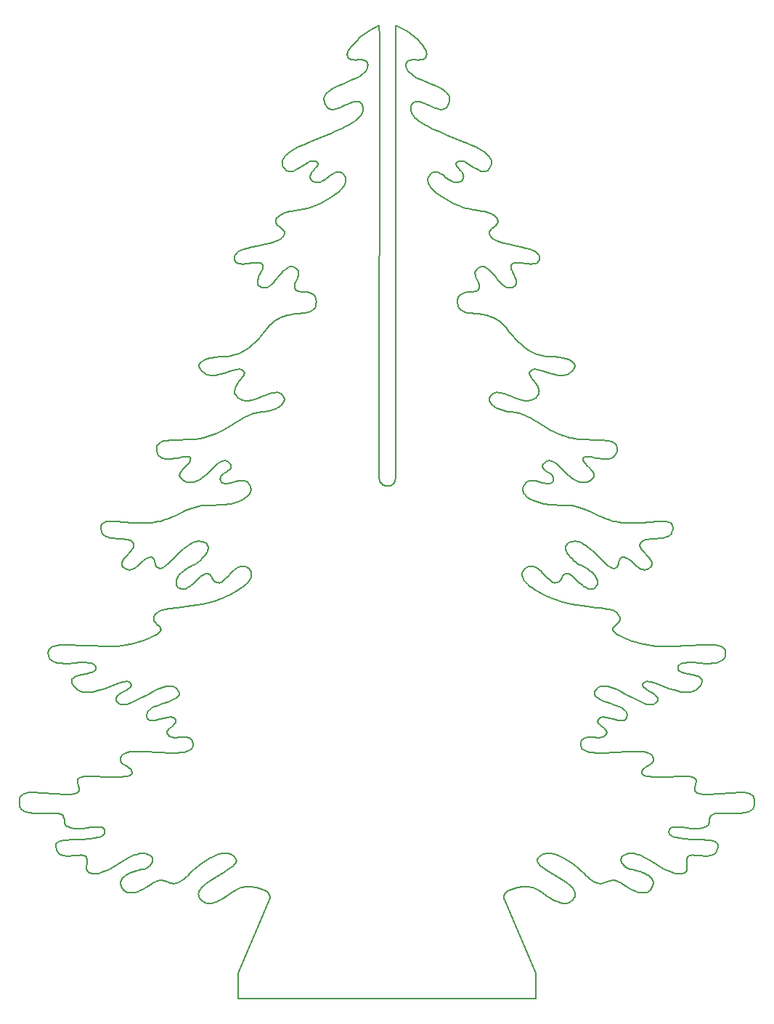
<source format=gm1>
G04 #@! TF.GenerationSoftware,KiCad,Pcbnew,8.0.5*
G04 #@! TF.CreationDate,2024-11-01T20:50:18+01:00*
G04 #@! TF.ProjectId,SL_Christmas_Tree_B,534c5f43-6872-4697-9374-6d61735f5472,2.0*
G04 #@! TF.SameCoordinates,Original*
G04 #@! TF.FileFunction,Profile,NP*
%FSLAX46Y46*%
G04 Gerber Fmt 4.6, Leading zero omitted, Abs format (unit mm)*
G04 Created by KiCad (PCBNEW 8.0.5) date 2024-11-01 20:50:18*
%MOMM*%
%LPD*%
G01*
G04 APERTURE LIST*
G04 #@! TA.AperFunction,Profile*
%ADD10C,0.200000*%
G04 #@! TD*
G04 APERTURE END LIST*
D10*
X102200000Y-52800000D02*
X103343823Y-53759223D01*
X103763580Y-54262247D01*
X103944417Y-54482874D01*
X104101714Y-54687547D01*
X104170555Y-54784987D01*
X104232336Y-54879742D01*
X104286665Y-54972247D01*
X104333149Y-55062935D01*
X104371398Y-55152243D01*
X104401019Y-55240603D01*
X104421621Y-55328451D01*
X104432812Y-55416221D01*
X104434199Y-55504348D01*
X104425392Y-55593266D01*
X104405999Y-55683410D01*
X104375627Y-55775214D01*
X104337742Y-55855413D01*
X104291218Y-55924594D01*
X104236690Y-55983536D01*
X104174794Y-56033018D01*
X104106167Y-56073821D01*
X104031445Y-56106723D01*
X103951264Y-56132505D01*
X103866261Y-56151946D01*
X103777071Y-56165825D01*
X103684332Y-56174923D01*
X103490747Y-56181891D01*
X103088972Y-56172745D01*
X102890962Y-56169105D01*
X102701656Y-56174402D01*
X102611858Y-56182351D01*
X102526145Y-56194873D01*
X102445153Y-56212748D01*
X102369518Y-56236754D01*
X102299877Y-56267673D01*
X102236865Y-56306282D01*
X102181120Y-56353363D01*
X102133277Y-56409694D01*
X102093973Y-56476055D01*
X102063844Y-56553226D01*
X102043525Y-56641985D01*
X102033654Y-56743114D01*
X102043674Y-56941630D01*
X102088889Y-57128216D01*
X102166706Y-57303737D01*
X102274530Y-57469059D01*
X102409767Y-57625049D01*
X102569821Y-57772570D01*
X102752100Y-57912490D01*
X102954007Y-58045674D01*
X103406333Y-58295295D01*
X103906041Y-58528360D01*
X104964583Y-58972524D01*
X105481906Y-59197473D01*
X105963589Y-59433568D01*
X106184579Y-59557960D01*
X106388876Y-59687734D01*
X106573884Y-59823758D01*
X106737011Y-59966897D01*
X106875660Y-60118017D01*
X106987238Y-60277982D01*
X107069151Y-60447660D01*
X107118803Y-60627915D01*
X107133600Y-60819614D01*
X107110948Y-61023621D01*
X107048252Y-61240803D01*
X106942918Y-61472026D01*
X106855371Y-61612349D01*
X106758059Y-61726068D01*
X106651668Y-61814927D01*
X106536883Y-61880667D01*
X106414389Y-61925032D01*
X106284872Y-61949764D01*
X106149017Y-61956605D01*
X106007510Y-61947299D01*
X105861036Y-61923588D01*
X105710280Y-61887214D01*
X105555928Y-61839921D01*
X105398666Y-61783451D01*
X105078150Y-61649949D01*
X104754216Y-61500651D01*
X104432348Y-61349498D01*
X104118028Y-61210430D01*
X103816740Y-61097389D01*
X103672697Y-61054986D01*
X103533968Y-61024317D01*
X103401238Y-61007125D01*
X103275193Y-61005153D01*
X103156519Y-61020144D01*
X103045901Y-61053840D01*
X102944024Y-61107984D01*
X102851573Y-61184318D01*
X102769235Y-61284586D01*
X102697694Y-61410529D01*
X102644306Y-61540712D01*
X102607724Y-61669279D01*
X102587433Y-61796262D01*
X102582920Y-61921692D01*
X102593673Y-62045599D01*
X102619178Y-62168014D01*
X102658920Y-62288969D01*
X102712388Y-62408495D01*
X102779068Y-62526621D01*
X102858447Y-62643380D01*
X102950011Y-62758802D01*
X103053246Y-62872918D01*
X103292680Y-63097357D01*
X103572642Y-63316943D01*
X103889026Y-63531925D01*
X104237725Y-63742550D01*
X104614634Y-63949065D01*
X105015644Y-64151718D01*
X105436650Y-64350757D01*
X105873546Y-64546428D01*
X106778581Y-64928661D01*
X108643538Y-65661033D01*
X109146109Y-65868248D01*
X109641212Y-66085466D01*
X110117851Y-66312864D01*
X110565024Y-66550619D01*
X110971732Y-66798909D01*
X111156475Y-66927059D01*
X111326977Y-67057909D01*
X111481863Y-67191482D01*
X111619759Y-67327798D01*
X111739288Y-67466881D01*
X111839078Y-67608753D01*
X111917752Y-67753435D01*
X111973935Y-67900950D01*
X112006253Y-68051320D01*
X112013331Y-68204566D01*
X111993794Y-68360712D01*
X111946267Y-68519780D01*
X111869375Y-68681790D01*
X111761743Y-68846767D01*
X111665418Y-68960819D01*
X111564533Y-69050679D01*
X111459389Y-69117890D01*
X111350291Y-69163995D01*
X111237541Y-69190535D01*
X111121445Y-69199053D01*
X111002304Y-69191093D01*
X110880423Y-69168197D01*
X110756105Y-69131907D01*
X110629653Y-69083766D01*
X110501371Y-69025316D01*
X110371562Y-68958101D01*
X110108579Y-68803544D01*
X109843132Y-68632435D01*
X109314556Y-68289927D01*
X109056283Y-68143209D01*
X108929712Y-68081383D01*
X108805256Y-68029303D01*
X108683220Y-67988512D01*
X108563905Y-67960551D01*
X108447617Y-67946964D01*
X108334657Y-67949293D01*
X108225330Y-67969081D01*
X108119940Y-68007870D01*
X108018789Y-68067204D01*
X107922181Y-68148624D01*
X107889177Y-68189013D01*
X107868713Y-68232006D01*
X107859872Y-68277501D01*
X107861734Y-68325401D01*
X107873382Y-68375604D01*
X107893896Y-68428011D01*
X107922358Y-68482521D01*
X107957850Y-68539035D01*
X108046249Y-68657677D01*
X108151744Y-68783135D01*
X108384631Y-69051307D01*
X108497327Y-69192422D01*
X108597726Y-69337158D01*
X108641019Y-69410635D01*
X108678482Y-69484716D01*
X108709197Y-69559304D01*
X108732245Y-69634297D01*
X108746708Y-69709596D01*
X108751668Y-69785101D01*
X108746205Y-69860713D01*
X108729402Y-69936330D01*
X108700339Y-70011854D01*
X108658099Y-70087185D01*
X108601763Y-70162222D01*
X108530412Y-70236865D01*
X108417453Y-70330093D01*
X108303194Y-70399781D01*
X108187739Y-70447552D01*
X108071191Y-70475029D01*
X107953651Y-70483836D01*
X107835224Y-70475596D01*
X107716011Y-70451932D01*
X107596116Y-70414468D01*
X107475642Y-70364826D01*
X107354691Y-70304630D01*
X107111769Y-70159068D01*
X106868175Y-69990769D01*
X106624731Y-69812719D01*
X106382259Y-69637902D01*
X106141583Y-69479306D01*
X106022175Y-69410148D01*
X105903524Y-69349915D01*
X105785734Y-69300231D01*
X105668906Y-69262717D01*
X105553144Y-69238998D01*
X105438550Y-69230696D01*
X105325229Y-69239436D01*
X105213281Y-69266840D01*
X105102810Y-69314531D01*
X104993919Y-69384133D01*
X104886712Y-69477268D01*
X104781289Y-69595561D01*
X104692536Y-69726244D01*
X104630088Y-69860694D01*
X104592756Y-69998476D01*
X104579348Y-70139153D01*
X104588674Y-70282290D01*
X104619541Y-70427451D01*
X104670760Y-70574202D01*
X104741140Y-70722106D01*
X104829488Y-70870727D01*
X104934615Y-71019631D01*
X105055330Y-71168381D01*
X105190441Y-71316543D01*
X105499088Y-71609355D01*
X105851030Y-71894585D01*
X106236737Y-72168746D01*
X106646683Y-72428355D01*
X107071339Y-72669925D01*
X107501178Y-72889974D01*
X107926672Y-73085015D01*
X108338292Y-73251564D01*
X108726512Y-73386137D01*
X109081803Y-73485248D01*
X109271650Y-73525904D01*
X109491897Y-73566096D01*
X110001737Y-73650092D01*
X110567608Y-73747236D01*
X110857894Y-73803865D01*
X111145796Y-73867531D01*
X111425848Y-73939485D01*
X111692586Y-74020978D01*
X111940546Y-74113260D01*
X112055777Y-74163837D01*
X112164263Y-74217580D01*
X112265324Y-74274645D01*
X112358274Y-74335189D01*
X112442432Y-74399368D01*
X112517114Y-74467338D01*
X112581636Y-74539255D01*
X112635317Y-74615276D01*
X112677473Y-74695557D01*
X112707421Y-74780254D01*
X112725941Y-74863386D01*
X112735450Y-74941959D01*
X112736541Y-75016229D01*
X112729803Y-75086450D01*
X112715827Y-75152878D01*
X112695205Y-75215769D01*
X112668527Y-75275378D01*
X112636384Y-75331960D01*
X112599368Y-75385772D01*
X112558068Y-75437068D01*
X112513075Y-75486104D01*
X112464982Y-75533136D01*
X112361854Y-75622209D01*
X112253410Y-75706330D01*
X112039486Y-75867892D01*
X111943458Y-75949421D01*
X111900246Y-75991267D01*
X111861022Y-76034175D01*
X111826379Y-76078399D01*
X111796906Y-76124196D01*
X111773195Y-76171821D01*
X111755836Y-76221529D01*
X111745421Y-76273577D01*
X111742540Y-76328218D01*
X111747783Y-76385710D01*
X111761743Y-76446307D01*
X111825867Y-76606045D01*
X111917683Y-76752323D01*
X112035182Y-76886054D01*
X112176354Y-77008151D01*
X112339190Y-77119526D01*
X112521680Y-77221090D01*
X112721815Y-77313758D01*
X112937587Y-77398440D01*
X113407999Y-77547498D01*
X113916843Y-77675563D01*
X114985526Y-77897912D01*
X115513216Y-78006793D01*
X116015038Y-78123877D01*
X116474918Y-78256462D01*
X116684107Y-78330848D01*
X116876782Y-78411847D01*
X117050934Y-78500371D01*
X117204554Y-78597332D01*
X117335632Y-78703642D01*
X117442160Y-78820214D01*
X117522127Y-78947960D01*
X117573525Y-79087793D01*
X117594343Y-79240624D01*
X117582574Y-79407367D01*
X117556431Y-79515296D01*
X117516587Y-79609516D01*
X117463920Y-79690831D01*
X117399309Y-79760045D01*
X117323632Y-79817961D01*
X117237767Y-79865384D01*
X117142592Y-79903119D01*
X117038985Y-79931967D01*
X116927825Y-79952735D01*
X116809990Y-79966226D01*
X116557808Y-79974591D01*
X116289463Y-79963496D01*
X116011981Y-79939372D01*
X115457711Y-79877766D01*
X115194974Y-79853148D01*
X114951203Y-79841228D01*
X114733423Y-79848440D01*
X114636476Y-79861230D01*
X114548661Y-79881215D01*
X114470857Y-79909199D01*
X114403941Y-79945985D01*
X114348793Y-79992378D01*
X114306291Y-80049182D01*
X114280274Y-80108232D01*
X114266051Y-80173182D01*
X114262613Y-80243600D01*
X114268948Y-80319057D01*
X114284050Y-80399121D01*
X114306907Y-80483362D01*
X114336512Y-80571349D01*
X114371853Y-80662651D01*
X114740024Y-81460731D01*
X114818790Y-81663253D01*
X114850631Y-81762596D01*
X114876098Y-81860085D01*
X114894181Y-81955290D01*
X114903872Y-82047780D01*
X114904161Y-82137125D01*
X114894038Y-82222894D01*
X114872495Y-82304655D01*
X114838521Y-82381979D01*
X114791109Y-82454435D01*
X114729248Y-82521591D01*
X114651929Y-82583017D01*
X114558143Y-82638283D01*
X114446880Y-82686958D01*
X114317132Y-82728610D01*
X114179256Y-82754473D01*
X114044163Y-82757199D01*
X113911665Y-82738491D01*
X113781575Y-82700050D01*
X113653705Y-82643579D01*
X113527867Y-82570779D01*
X113403873Y-82483352D01*
X113281535Y-82383000D01*
X113160666Y-82271426D01*
X113041078Y-82150330D01*
X112804992Y-81886382D01*
X112339928Y-81319118D01*
X112107944Y-81043031D01*
X111874322Y-80790128D01*
X111756428Y-80676625D01*
X111637560Y-80574024D01*
X111517532Y-80484026D01*
X111396156Y-80408334D01*
X111273244Y-80348649D01*
X111148607Y-80306674D01*
X111022059Y-80284110D01*
X110893411Y-80282658D01*
X110762475Y-80304022D01*
X110629064Y-80349902D01*
X110492991Y-80422002D01*
X110354066Y-80522021D01*
X110280860Y-80588496D01*
X110221106Y-80656960D01*
X110173939Y-80727287D01*
X110138495Y-80799356D01*
X110113912Y-80873042D01*
X110099325Y-80948221D01*
X110093871Y-81024770D01*
X110096685Y-81102564D01*
X110106904Y-81181481D01*
X110123665Y-81261396D01*
X110146103Y-81342185D01*
X110173354Y-81423725D01*
X110238843Y-81588563D01*
X110313220Y-81754919D01*
X110389577Y-81921803D01*
X110461002Y-82088226D01*
X110520586Y-82253196D01*
X110543778Y-82334827D01*
X110561418Y-82415724D01*
X110572643Y-82495763D01*
X110576588Y-82574821D01*
X110572391Y-82652772D01*
X110559186Y-82729495D01*
X110536112Y-82804864D01*
X110502302Y-82878757D01*
X110456895Y-82951049D01*
X110399026Y-83021617D01*
X110356659Y-83059631D01*
X110305970Y-83091849D01*
X110247591Y-83118871D01*
X110182153Y-83141298D01*
X110110287Y-83159729D01*
X110032623Y-83174763D01*
X109862429Y-83197044D01*
X109480247Y-83227247D01*
X109278356Y-83244767D01*
X109075998Y-83270299D01*
X108976222Y-83287569D01*
X108878222Y-83308641D01*
X108782630Y-83334116D01*
X108690077Y-83364593D01*
X108601193Y-83400672D01*
X108516611Y-83442953D01*
X108436961Y-83492036D01*
X108362874Y-83548521D01*
X108294982Y-83613007D01*
X108233915Y-83686095D01*
X108180306Y-83768384D01*
X108134784Y-83860475D01*
X108097981Y-83962967D01*
X108070528Y-84076459D01*
X108053056Y-84201553D01*
X108046197Y-84338847D01*
X108054229Y-84551882D01*
X108081955Y-84740353D01*
X108128490Y-84905956D01*
X108192946Y-85050386D01*
X108274437Y-85175338D01*
X108372078Y-85282504D01*
X108484981Y-85373582D01*
X108612260Y-85450265D01*
X108753029Y-85514248D01*
X108906402Y-85567226D01*
X109247413Y-85646944D01*
X109628201Y-85702977D01*
X110041677Y-85748883D01*
X110480748Y-85798220D01*
X110938325Y-85864544D01*
X111407317Y-85961413D01*
X111643877Y-86025539D01*
X111880632Y-86102385D01*
X112116694Y-86193646D01*
X112351179Y-86301017D01*
X112583199Y-86426193D01*
X112811869Y-86570867D01*
X113036300Y-86736736D01*
X113255609Y-86925493D01*
X113468907Y-87138833D01*
X113675309Y-87378452D01*
X114070218Y-87862053D01*
X114445980Y-88300811D01*
X114805105Y-88696608D01*
X115150102Y-89051327D01*
X115483479Y-89366851D01*
X115807746Y-89645062D01*
X116125412Y-89887842D01*
X116438985Y-90097074D01*
X116595021Y-90189698D01*
X116750975Y-90274640D01*
X116907161Y-90352137D01*
X117063891Y-90422423D01*
X117221480Y-90485735D01*
X117380242Y-90542306D01*
X117702537Y-90636170D01*
X118033284Y-90705899D01*
X118374994Y-90753375D01*
X118730174Y-90780479D01*
X119101335Y-90789096D01*
X119243907Y-90790781D01*
X119386364Y-90795799D01*
X119528298Y-90804093D01*
X119669304Y-90815609D01*
X119808974Y-90830291D01*
X119946903Y-90848083D01*
X120082684Y-90868929D01*
X120215911Y-90892775D01*
X120346177Y-90919563D01*
X120473077Y-90949239D01*
X120596203Y-90981747D01*
X120715149Y-91017031D01*
X120829510Y-91055035D01*
X120938878Y-91095705D01*
X121042848Y-91138983D01*
X121141012Y-91184816D01*
X121232966Y-91233146D01*
X121318301Y-91283919D01*
X121396613Y-91337078D01*
X121467494Y-91392569D01*
X121530538Y-91450334D01*
X121585340Y-91510320D01*
X121631491Y-91572470D01*
X121668587Y-91636728D01*
X121696221Y-91703039D01*
X121713987Y-91771347D01*
X121721477Y-91841597D01*
X121718287Y-91913732D01*
X121704008Y-91987698D01*
X121678236Y-92063438D01*
X121640564Y-92140897D01*
X121590585Y-92220020D01*
X121453202Y-92394980D01*
X121307504Y-92543069D01*
X121154176Y-92665902D01*
X120993903Y-92765098D01*
X120827371Y-92842273D01*
X120655264Y-92899046D01*
X120478268Y-92937033D01*
X120297067Y-92957853D01*
X120112346Y-92963122D01*
X119924790Y-92954458D01*
X119735085Y-92933479D01*
X119543916Y-92901802D01*
X119159923Y-92812822D01*
X118778293Y-92700460D01*
X118044039Y-92457343D01*
X117702375Y-92352468D01*
X117384995Y-92275968D01*
X117237123Y-92252402D01*
X117097377Y-92240783D01*
X116966442Y-92242726D01*
X116845003Y-92259851D01*
X116733744Y-92293774D01*
X116633352Y-92346113D01*
X116544510Y-92418485D01*
X116467904Y-92512508D01*
X116438491Y-92572071D01*
X116425361Y-92636605D01*
X116427180Y-92705869D01*
X116442619Y-92779620D01*
X116470344Y-92857618D01*
X116509024Y-92939622D01*
X116557328Y-93025391D01*
X116613923Y-93114682D01*
X117205369Y-93926905D01*
X117342922Y-94148308D01*
X117402828Y-94260435D01*
X117455044Y-94373191D01*
X117498238Y-94486335D01*
X117531079Y-94599624D01*
X117552235Y-94712819D01*
X117560374Y-94825678D01*
X117554165Y-94937959D01*
X117532275Y-95049422D01*
X117493374Y-95159825D01*
X117436128Y-95268928D01*
X117359207Y-95376488D01*
X117261278Y-95482264D01*
X117141010Y-95586017D01*
X116997071Y-95687503D01*
X116845776Y-95771907D01*
X116689141Y-95835502D01*
X116527641Y-95879764D01*
X116361756Y-95906169D01*
X116191962Y-95916190D01*
X116018736Y-95911303D01*
X115842556Y-95892984D01*
X115663899Y-95862706D01*
X115483242Y-95821945D01*
X115301062Y-95772176D01*
X114934044Y-95651514D01*
X114566662Y-95512521D01*
X114202736Y-95366995D01*
X113846083Y-95226738D01*
X113500520Y-95103548D01*
X113333091Y-95052042D01*
X113169867Y-95009227D01*
X113011325Y-94976580D01*
X112857941Y-94955574D01*
X112710194Y-94947686D01*
X112568561Y-94954390D01*
X112433518Y-94977161D01*
X112305543Y-95017474D01*
X112185114Y-95076804D01*
X112072708Y-95156626D01*
X111968801Y-95258416D01*
X111873872Y-95383647D01*
X111833472Y-95453234D01*
X111802647Y-95524034D01*
X111781172Y-95595845D01*
X111768817Y-95668464D01*
X111765357Y-95741689D01*
X111770565Y-95815318D01*
X111784213Y-95889147D01*
X111806074Y-95962974D01*
X111835922Y-96036597D01*
X111873529Y-96109813D01*
X111918668Y-96182421D01*
X111971113Y-96254216D01*
X112030636Y-96324997D01*
X112097010Y-96394562D01*
X112249403Y-96529231D01*
X112426477Y-96656604D01*
X112626415Y-96775060D01*
X112847400Y-96882979D01*
X113087618Y-96978742D01*
X113345250Y-97060728D01*
X113618482Y-97127318D01*
X113905496Y-97176891D01*
X114204477Y-97207828D01*
X114443564Y-97229468D01*
X114673621Y-97260293D01*
X114895317Y-97299828D01*
X115109319Y-97347599D01*
X115316295Y-97403131D01*
X115516913Y-97465948D01*
X115901749Y-97611542D01*
X116269170Y-97780582D01*
X116624520Y-97969270D01*
X116973144Y-98173808D01*
X117320386Y-98390397D01*
X118032101Y-98844539D01*
X118407262Y-99074495D01*
X118802418Y-99301309D01*
X119222913Y-99521184D01*
X119674091Y-99730322D01*
X120161297Y-99924924D01*
X120420080Y-100015587D01*
X120689874Y-100101192D01*
X120930082Y-100167915D01*
X121174391Y-100225396D01*
X121422042Y-100274400D01*
X121672276Y-100315690D01*
X122177458Y-100378183D01*
X122683863Y-100418986D01*
X123185417Y-100444210D01*
X123676049Y-100459967D01*
X124600253Y-100487519D01*
X125021679Y-100511535D01*
X125407891Y-100550527D01*
X125585894Y-100577548D01*
X125752816Y-100610605D01*
X125907898Y-100650461D01*
X126050380Y-100697879D01*
X126179504Y-100753625D01*
X126294511Y-100818461D01*
X126394642Y-100893151D01*
X126479137Y-100978461D01*
X126547237Y-101075152D01*
X126598183Y-101183989D01*
X126631216Y-101305737D01*
X126645578Y-101441158D01*
X126642618Y-101649853D01*
X126619777Y-101835510D01*
X126578280Y-101999304D01*
X126519355Y-102142405D01*
X126444228Y-102265989D01*
X126354125Y-102371226D01*
X126250273Y-102459291D01*
X126133899Y-102531357D01*
X126006228Y-102588596D01*
X125868487Y-102632182D01*
X125721903Y-102663287D01*
X125567702Y-102683085D01*
X125407111Y-102692748D01*
X125241356Y-102693449D01*
X124899261Y-102672659D01*
X124551228Y-102630099D01*
X124207069Y-102575152D01*
X123569622Y-102465636D01*
X123295958Y-102429834D01*
X123065415Y-102419181D01*
X122969381Y-102426218D01*
X122887806Y-102443062D01*
X122821918Y-102470885D01*
X122772943Y-102510860D01*
X122728398Y-102574924D01*
X122702157Y-102641602D01*
X122692838Y-102710757D01*
X122699060Y-102782252D01*
X122719439Y-102855950D01*
X122752595Y-102931716D01*
X122797146Y-103009411D01*
X122851709Y-103088900D01*
X122985344Y-103252709D01*
X123142445Y-103422049D01*
X123482823Y-103772946D01*
X123643990Y-103952313D01*
X123784400Y-104132835D01*
X123843366Y-104223186D01*
X123892997Y-104313416D01*
X123931912Y-104403386D01*
X123958728Y-104492962D01*
X123972063Y-104582005D01*
X123970535Y-104670379D01*
X123952763Y-104757947D01*
X123917364Y-104844572D01*
X123862956Y-104930119D01*
X123788158Y-105014448D01*
X123691588Y-105097425D01*
X123571862Y-105178912D01*
X123353030Y-105295452D01*
X123137710Y-105376463D01*
X122925861Y-105424355D01*
X122717445Y-105441536D01*
X122512420Y-105430413D01*
X122310747Y-105393395D01*
X122112384Y-105332891D01*
X121917292Y-105251308D01*
X121725431Y-105151055D01*
X121536761Y-105034541D01*
X121351240Y-104904172D01*
X121168830Y-104762358D01*
X120813177Y-104454027D01*
X120469482Y-104128813D01*
X119816673Y-103504800D01*
X119506916Y-103244534D01*
X119356059Y-103135764D01*
X119207829Y-103044448D01*
X119062186Y-102972994D01*
X118919089Y-102923809D01*
X118778498Y-102899303D01*
X118640374Y-102901884D01*
X118504676Y-102933959D01*
X118371363Y-102997937D01*
X118240396Y-103096226D01*
X118111734Y-103231235D01*
X118049825Y-103314467D01*
X118004823Y-103393378D01*
X117975649Y-103468275D01*
X117961227Y-103539467D01*
X117960476Y-103607263D01*
X117972321Y-103671970D01*
X117995683Y-103733896D01*
X118029484Y-103793351D01*
X118072647Y-103850642D01*
X118124093Y-103906077D01*
X118182745Y-103959966D01*
X118247524Y-104012615D01*
X118391156Y-104115431D01*
X118546364Y-104216991D01*
X118704527Y-104319761D01*
X118857021Y-104426207D01*
X118995223Y-104538796D01*
X119056271Y-104598165D01*
X119110512Y-104659994D01*
X119156869Y-104724592D01*
X119194264Y-104792267D01*
X119221618Y-104863328D01*
X119237855Y-104938082D01*
X119241897Y-105016838D01*
X119232664Y-105099904D01*
X119209081Y-105187589D01*
X119170068Y-105280200D01*
X119114936Y-105370754D01*
X119049233Y-105442817D01*
X118973668Y-105497820D01*
X118888949Y-105537193D01*
X118795786Y-105562367D01*
X118694888Y-105574773D01*
X118586965Y-105575841D01*
X118472725Y-105567002D01*
X118352877Y-105549687D01*
X118228132Y-105525326D01*
X117966782Y-105461189D01*
X117416509Y-105311312D01*
X117138931Y-105248462D01*
X117002014Y-105225067D01*
X116867291Y-105208932D01*
X116735470Y-105201488D01*
X116607261Y-105204166D01*
X116483374Y-105218396D01*
X116364516Y-105245609D01*
X116251398Y-105287236D01*
X116144728Y-105344707D01*
X116045216Y-105419452D01*
X115953570Y-105512903D01*
X115870501Y-105626491D01*
X115796717Y-105761644D01*
X115732927Y-105919795D01*
X115679841Y-106102374D01*
X115666554Y-106172953D01*
X115660825Y-106243788D01*
X115662469Y-106314770D01*
X115671302Y-106385788D01*
X115687140Y-106456729D01*
X115709798Y-106527483D01*
X115739092Y-106597939D01*
X115774838Y-106667985D01*
X115816852Y-106737511D01*
X115864949Y-106806406D01*
X115978654Y-106941856D01*
X116114479Y-107073446D01*
X116270950Y-107200288D01*
X116446592Y-107321492D01*
X116639931Y-107436170D01*
X116849490Y-107543433D01*
X117073797Y-107642391D01*
X117311376Y-107732157D01*
X117560752Y-107811840D01*
X117820451Y-107880552D01*
X118088998Y-107937404D01*
X118345488Y-107978522D01*
X118607437Y-108008975D01*
X118874311Y-108030740D01*
X119145571Y-108045791D01*
X120263755Y-108078353D01*
X120835222Y-108105701D01*
X121122173Y-108129054D01*
X121409219Y-108161493D01*
X121695824Y-108204993D01*
X121981452Y-108261529D01*
X122265567Y-108333077D01*
X122547631Y-108421611D01*
X122801738Y-108516543D01*
X123055710Y-108622855D01*
X123567778Y-108861239D01*
X124640105Y-109382365D01*
X124924830Y-109509663D01*
X125218475Y-109631577D01*
X125522173Y-109746009D01*
X125837056Y-109850866D01*
X126164255Y-109944051D01*
X126504903Y-110023468D01*
X126860132Y-110087022D01*
X127231073Y-110132617D01*
X127530502Y-110156889D01*
X127826862Y-110173221D01*
X128119722Y-110182379D01*
X128408650Y-110185130D01*
X128972989Y-110174479D01*
X129516432Y-110147404D01*
X131412307Y-109997550D01*
X131799567Y-109980373D01*
X131977821Y-109979045D01*
X132145249Y-109983580D01*
X132301422Y-109994745D01*
X132445908Y-110013306D01*
X132578276Y-110040031D01*
X132698095Y-110075686D01*
X132804934Y-110121038D01*
X132898364Y-110176854D01*
X132977952Y-110243901D01*
X133043267Y-110322946D01*
X133093880Y-110414756D01*
X133129359Y-110520097D01*
X133149273Y-110639736D01*
X133153192Y-110774440D01*
X133137236Y-110954804D01*
X133101514Y-111115992D01*
X133047331Y-111259148D01*
X132975989Y-111385418D01*
X132888791Y-111495946D01*
X132787040Y-111591875D01*
X132672041Y-111674351D01*
X132545095Y-111744517D01*
X132407506Y-111803519D01*
X132260577Y-111852500D01*
X132105611Y-111892606D01*
X131943912Y-111924980D01*
X131605527Y-111971111D01*
X131255845Y-112000050D01*
X130564296Y-112042971D01*
X130243279Y-112075264D01*
X129952668Y-112126987D01*
X129822023Y-112162995D01*
X129702888Y-112207294D01*
X129596568Y-112261028D01*
X129504365Y-112325341D01*
X129427582Y-112401378D01*
X129367523Y-112490283D01*
X129325491Y-112593201D01*
X129302789Y-112711276D01*
X129303491Y-112776707D01*
X129317506Y-112846160D01*
X129343700Y-112919373D01*
X129380940Y-112996081D01*
X129428092Y-113076021D01*
X129484022Y-113158928D01*
X129617681Y-113332592D01*
X130276664Y-114093196D01*
X130427143Y-114289282D01*
X130494007Y-114386765D01*
X130553774Y-114483522D01*
X130605312Y-114579289D01*
X130647487Y-114673804D01*
X130679163Y-114766801D01*
X130699209Y-114858018D01*
X130706490Y-114947190D01*
X130699871Y-115034053D01*
X130678220Y-115118345D01*
X130640402Y-115199800D01*
X130585284Y-115278155D01*
X130511731Y-115353147D01*
X130418611Y-115424512D01*
X130304788Y-115491985D01*
X130192834Y-115543952D01*
X130083617Y-115581281D01*
X129976982Y-115604830D01*
X129872773Y-115615454D01*
X129770836Y-115614010D01*
X129671015Y-115601353D01*
X129573155Y-115578339D01*
X129477100Y-115545824D01*
X129382697Y-115504665D01*
X129289789Y-115455718D01*
X129198221Y-115399839D01*
X129107838Y-115337884D01*
X128930008Y-115199169D01*
X128755057Y-115046422D01*
X128408828Y-114726230D01*
X128235066Y-114572481D01*
X128059219Y-114432096D01*
X127970125Y-114369055D01*
X127880044Y-114311922D01*
X127788821Y-114261556D01*
X127696301Y-114218810D01*
X127602328Y-114184542D01*
X127506748Y-114159607D01*
X127409405Y-114144862D01*
X127310144Y-114141162D01*
X127257713Y-114145666D01*
X127210142Y-114156590D01*
X127167081Y-114173527D01*
X127128181Y-114196068D01*
X127093092Y-114223806D01*
X127061463Y-114256332D01*
X127032946Y-114293240D01*
X127007190Y-114334121D01*
X126983846Y-114378568D01*
X126962564Y-114426173D01*
X126924787Y-114529224D01*
X126858586Y-114755278D01*
X126824567Y-114871755D01*
X126786205Y-114986183D01*
X126764520Y-115041609D01*
X126740701Y-115095300D01*
X126714397Y-115146847D01*
X126685258Y-115195842D01*
X126652934Y-115241879D01*
X126617077Y-115284548D01*
X126577335Y-115323443D01*
X126533361Y-115358155D01*
X126484802Y-115388278D01*
X126431311Y-115413402D01*
X126372536Y-115433120D01*
X126308129Y-115447025D01*
X126205999Y-115449709D01*
X126096155Y-115427364D01*
X125978935Y-115381892D01*
X125854678Y-115315195D01*
X125723722Y-115229177D01*
X125586406Y-115125738D01*
X125294047Y-114874208D01*
X123937884Y-113551737D01*
X123565700Y-113218121D01*
X123185674Y-112913743D01*
X122993566Y-112777273D01*
X122800513Y-112653819D01*
X122606853Y-112545284D01*
X122412925Y-112453569D01*
X122219066Y-112380577D01*
X122025617Y-112328210D01*
X121832914Y-112298370D01*
X121641296Y-112292960D01*
X121451103Y-112313882D01*
X121262671Y-112363037D01*
X121076341Y-112442330D01*
X120892450Y-112553661D01*
X120830119Y-112603149D01*
X120776980Y-112657503D01*
X120732852Y-112716444D01*
X120697557Y-112779692D01*
X120670917Y-112846968D01*
X120652752Y-112917992D01*
X120642884Y-112992486D01*
X120641134Y-113070170D01*
X120647324Y-113150765D01*
X120661274Y-113233991D01*
X120682806Y-113319569D01*
X120711742Y-113407220D01*
X120747902Y-113496665D01*
X120791107Y-113587623D01*
X120841180Y-113679817D01*
X120897941Y-113772966D01*
X120961211Y-113866791D01*
X121030812Y-113961013D01*
X121188292Y-114149531D01*
X121368949Y-114336284D01*
X121571355Y-114519040D01*
X121794079Y-114695562D01*
X122035692Y-114863616D01*
X122294764Y-115020969D01*
X122430399Y-115094934D01*
X122569864Y-115165386D01*
X122819275Y-115293902D01*
X123053922Y-115429789D01*
X123165400Y-115500180D01*
X123272816Y-115572034D01*
X123376047Y-115645226D01*
X123474969Y-115719628D01*
X123569460Y-115795115D01*
X123659394Y-115871559D01*
X123744649Y-115948835D01*
X123825101Y-116026816D01*
X123900628Y-116105376D01*
X123971104Y-116184389D01*
X124036407Y-116263727D01*
X124096414Y-116343266D01*
X124151000Y-116422877D01*
X124200043Y-116502436D01*
X124243418Y-116581815D01*
X124281003Y-116660888D01*
X124312673Y-116739530D01*
X124338306Y-116817612D01*
X124357778Y-116895010D01*
X124370965Y-116971597D01*
X124377743Y-117047246D01*
X124377990Y-117121831D01*
X124371582Y-117195225D01*
X124358395Y-117267303D01*
X124338306Y-117337938D01*
X124311191Y-117407003D01*
X124276927Y-117474373D01*
X124235391Y-117539920D01*
X124144315Y-117654338D01*
X124048658Y-117745148D01*
X123948778Y-117813672D01*
X123845038Y-117861230D01*
X123737797Y-117889143D01*
X123627416Y-117898733D01*
X123514255Y-117891320D01*
X123398675Y-117868225D01*
X123281036Y-117830769D01*
X123161699Y-117780274D01*
X123041023Y-117718059D01*
X122919370Y-117645447D01*
X122797100Y-117563758D01*
X122674574Y-117474312D01*
X122430192Y-117277437D01*
X122189109Y-117065388D01*
X121954209Y-116848734D01*
X121514489Y-116443881D01*
X121315437Y-116276818D01*
X121222375Y-116206750D01*
X121134102Y-116147419D01*
X121050979Y-116100146D01*
X120973366Y-116066253D01*
X120901624Y-116047060D01*
X120836114Y-116043887D01*
X120758175Y-116053027D01*
X120687646Y-116066403D01*
X120624011Y-116083755D01*
X120566756Y-116104819D01*
X120515365Y-116129333D01*
X120469323Y-116157035D01*
X120428116Y-116187661D01*
X120391228Y-116220949D01*
X120358144Y-116256636D01*
X120328349Y-116294461D01*
X120301328Y-116334160D01*
X120276567Y-116375471D01*
X120231760Y-116461878D01*
X120189809Y-116551581D01*
X120146593Y-116642480D01*
X120097992Y-116732474D01*
X120070384Y-116776475D01*
X120039885Y-116819463D01*
X120005979Y-116861174D01*
X119968151Y-116901346D01*
X119925887Y-116939716D01*
X119878671Y-116976022D01*
X119825989Y-117010001D01*
X119767325Y-117041391D01*
X119702163Y-117069929D01*
X119629990Y-117095353D01*
X119550290Y-117117400D01*
X119462548Y-117135806D01*
X119379552Y-117141950D01*
X119295207Y-117131661D01*
X119209490Y-117106193D01*
X119122375Y-117066799D01*
X119033838Y-117014733D01*
X118943853Y-116951248D01*
X118852396Y-116877599D01*
X118759442Y-116795040D01*
X118568942Y-116608202D01*
X118372156Y-116400766D01*
X117958924Y-115964216D01*
X117742082Y-115755161D01*
X117631017Y-115657326D01*
X117518156Y-115565626D01*
X117403475Y-115481313D01*
X117286948Y-115405640D01*
X117168550Y-115339863D01*
X117048258Y-115285234D01*
X116926045Y-115243008D01*
X116801887Y-115214437D01*
X116675760Y-115200776D01*
X116547637Y-115203279D01*
X116417495Y-115223199D01*
X116285309Y-115261789D01*
X116151053Y-115320304D01*
X116014703Y-115399997D01*
X115915421Y-115476307D01*
X115816430Y-115577123D01*
X115726340Y-115701491D01*
X115653760Y-115848457D01*
X115607297Y-116017066D01*
X115596551Y-116109189D01*
X115595563Y-116206364D01*
X115605409Y-116308472D01*
X115627164Y-116415394D01*
X115661907Y-116527011D01*
X115710712Y-116643204D01*
X115774655Y-116763853D01*
X115854813Y-116888838D01*
X115952262Y-117018041D01*
X116068078Y-117151341D01*
X116203337Y-117288621D01*
X116359116Y-117429760D01*
X116536489Y-117574639D01*
X116736535Y-117723139D01*
X116960328Y-117875140D01*
X117208944Y-118030523D01*
X117483461Y-118189169D01*
X117784953Y-118350959D01*
X118114497Y-118515772D01*
X118473170Y-118683490D01*
X118862047Y-118853994D01*
X119282205Y-119027164D01*
X119628979Y-119159343D01*
X119972424Y-119277839D01*
X120312177Y-119383577D01*
X120647879Y-119477481D01*
X120979168Y-119560473D01*
X121305684Y-119633479D01*
X121942951Y-119753224D01*
X122556794Y-119844109D01*
X123144328Y-119913524D01*
X124228917Y-120017510D01*
X124720200Y-120066862D01*
X125173627Y-120124309D01*
X125586311Y-120197242D01*
X125776472Y-120241825D01*
X125955365Y-120293052D01*
X126122629Y-120351845D01*
X126277903Y-120419129D01*
X126420826Y-120495829D01*
X126551038Y-120582866D01*
X126668178Y-120681167D01*
X126771884Y-120791654D01*
X126861797Y-120915251D01*
X126937554Y-121052882D01*
X126968379Y-121127395D01*
X126989299Y-121198832D01*
X127000955Y-121267363D01*
X127003990Y-121333153D01*
X126999046Y-121396371D01*
X126986765Y-121457185D01*
X126967788Y-121515761D01*
X126942759Y-121572266D01*
X126912318Y-121626869D01*
X126877109Y-121679737D01*
X126837772Y-121731037D01*
X126794951Y-121780937D01*
X126701422Y-121877205D01*
X126601659Y-121969881D01*
X126403974Y-122149814D01*
X126316325Y-122239750D01*
X126277546Y-122285297D01*
X126242987Y-122331452D01*
X126213290Y-122378383D01*
X126189096Y-122426258D01*
X126171049Y-122475244D01*
X126159790Y-122525509D01*
X126155960Y-122577220D01*
X126160203Y-122630544D01*
X126173160Y-122685649D01*
X126195474Y-122742702D01*
X126234045Y-122808359D01*
X126288982Y-122876365D01*
X126445175Y-123018264D01*
X126658481Y-123166072D01*
X126923333Y-123317463D01*
X127234161Y-123470111D01*
X127585395Y-123621689D01*
X127971466Y-123769872D01*
X128386806Y-123912333D01*
X128825844Y-124046745D01*
X129283012Y-124170784D01*
X129752739Y-124282121D01*
X130229458Y-124378432D01*
X130707599Y-124457390D01*
X131181592Y-124516668D01*
X131645867Y-124553941D01*
X132094857Y-124566882D01*
X132913718Y-124557760D01*
X133696473Y-124533857D01*
X134440289Y-124500370D01*
X135142336Y-124462496D01*
X136409799Y-124394376D01*
X136969552Y-124374524D01*
X137476213Y-124371072D01*
X137708748Y-124377120D01*
X137926948Y-124389218D01*
X138130460Y-124408014D01*
X138318929Y-124434158D01*
X138492001Y-124468301D01*
X138649322Y-124511090D01*
X138790540Y-124563177D01*
X138915299Y-124625211D01*
X139023245Y-124697841D01*
X139114026Y-124781716D01*
X139187287Y-124877488D01*
X139242674Y-124985804D01*
X139279833Y-125107315D01*
X139298410Y-125242671D01*
X139298053Y-125392520D01*
X139278405Y-125557513D01*
X139230815Y-125743533D01*
X139156818Y-125905712D01*
X139058245Y-126045544D01*
X138936928Y-126164521D01*
X138794696Y-126264136D01*
X138633382Y-126345881D01*
X138454815Y-126411249D01*
X138260827Y-126461733D01*
X138053247Y-126498824D01*
X137833908Y-126524016D01*
X137367273Y-126544673D01*
X136875567Y-126535643D01*
X136373437Y-126508867D01*
X135396490Y-126449842D01*
X134950965Y-126441473D01*
X134553602Y-126463121D01*
X134377558Y-126488932D01*
X134219046Y-126526726D01*
X134079898Y-126577994D01*
X133961944Y-126644230D01*
X133867015Y-126726925D01*
X133796942Y-126827573D01*
X133753556Y-126947665D01*
X133738687Y-127088695D01*
X133749198Y-127178867D01*
X133779705Y-127259893D01*
X133828667Y-127332514D01*
X133894544Y-127397470D01*
X133975794Y-127455505D01*
X134070876Y-127507359D01*
X134178251Y-127553774D01*
X134296378Y-127595491D01*
X134558721Y-127667800D01*
X134845582Y-127730216D01*
X135443549Y-127849103D01*
X135730005Y-127917438D01*
X135991674Y-127999611D01*
X136109362Y-128047740D01*
X136216232Y-128101553D01*
X136310741Y-128161792D01*
X136391351Y-128229198D01*
X136456519Y-128304512D01*
X136504706Y-128388477D01*
X136534370Y-128481833D01*
X136543971Y-128585323D01*
X136531969Y-128699687D01*
X136496821Y-128825667D01*
X136436989Y-128964006D01*
X136350930Y-129115443D01*
X136209512Y-129310426D01*
X136052034Y-129474351D01*
X135879689Y-129608995D01*
X135693671Y-129716131D01*
X135495170Y-129797536D01*
X135285380Y-129854982D01*
X135065494Y-129890247D01*
X134836702Y-129905103D01*
X134600199Y-129901326D01*
X134357175Y-129880690D01*
X134108825Y-129844971D01*
X133856339Y-129795944D01*
X133343732Y-129665061D01*
X132828895Y-129502240D01*
X130938020Y-128815545D01*
X130555117Y-128706008D01*
X130383695Y-128670322D01*
X130227218Y-128649724D01*
X130086876Y-128645988D01*
X129963863Y-128660890D01*
X129859370Y-128696203D01*
X129774591Y-128753703D01*
X129701880Y-128831911D01*
X129653408Y-128908118D01*
X129627495Y-128982506D01*
X129622459Y-129055256D01*
X129636621Y-129126549D01*
X129668300Y-129196566D01*
X129715816Y-129265488D01*
X129777487Y-129333495D01*
X129851634Y-129400769D01*
X129936577Y-129467490D01*
X130132124Y-129600000D01*
X130578822Y-129866351D01*
X130803085Y-130003088D01*
X131010031Y-130144130D01*
X131102810Y-130216717D01*
X131186218Y-130290923D01*
X131258576Y-130366929D01*
X131318202Y-130444915D01*
X131363416Y-130525064D01*
X131392539Y-130607555D01*
X131403889Y-130692570D01*
X131395785Y-130780289D01*
X131366548Y-130870894D01*
X131314498Y-130964565D01*
X131237952Y-131061483D01*
X131135232Y-131161830D01*
X131004186Y-131252341D01*
X130855671Y-131311404D01*
X130690872Y-131341279D01*
X130510972Y-131344230D01*
X130317154Y-131322517D01*
X130110601Y-131278403D01*
X129892496Y-131214149D01*
X129664023Y-131132018D01*
X129180704Y-130923168D01*
X128670109Y-130669949D01*
X127604959Y-130102779D01*
X127069334Y-129825017D01*
X126544297Y-129575262D01*
X126039314Y-129371610D01*
X125797301Y-129292727D01*
X125563851Y-129232155D01*
X125340147Y-129192155D01*
X125127372Y-129174990D01*
X124926711Y-129182922D01*
X124739346Y-129218211D01*
X124566459Y-129283121D01*
X124409236Y-129379912D01*
X124268858Y-129510847D01*
X124146508Y-129678188D01*
X124071964Y-129824349D01*
X124030776Y-129960045D01*
X124020822Y-130086006D01*
X124039980Y-130202964D01*
X124086129Y-130311649D01*
X124157149Y-130412793D01*
X124250916Y-130507127D01*
X124365310Y-130595383D01*
X124498210Y-130678292D01*
X124647493Y-130756584D01*
X124986725Y-130902246D01*
X125366035Y-131038218D01*
X125768451Y-131170350D01*
X126177001Y-131304493D01*
X126574714Y-131446497D01*
X126944617Y-131602210D01*
X127113836Y-131687036D01*
X127269739Y-131777484D01*
X127410204Y-131874284D01*
X127533109Y-131978168D01*
X127636332Y-132089866D01*
X127717753Y-132210112D01*
X127775251Y-132339634D01*
X127806702Y-132479165D01*
X127809987Y-132629437D01*
X127782983Y-132791179D01*
X127748988Y-132892662D01*
X127703568Y-132978233D01*
X127647426Y-133048867D01*
X127581267Y-133105537D01*
X127505796Y-133149217D01*
X127421718Y-133180882D01*
X127329738Y-133201505D01*
X127230560Y-133212060D01*
X127124889Y-133213521D01*
X127013429Y-133206861D01*
X126775964Y-133173079D01*
X126523802Y-133118503D01*
X126262582Y-133050925D01*
X125735515Y-132907931D01*
X125480945Y-132848097D01*
X125239867Y-132806427D01*
X125126149Y-132794838D01*
X125017919Y-132790712D01*
X124915880Y-132795023D01*
X124820739Y-132808744D01*
X124733198Y-132832850D01*
X124653964Y-132868314D01*
X124583740Y-132916111D01*
X124523233Y-132977214D01*
X124472134Y-133048308D01*
X124435905Y-133117055D01*
X124413546Y-133183619D01*
X124404056Y-133248164D01*
X124406433Y-133310855D01*
X124419678Y-133371855D01*
X124442789Y-133431328D01*
X124474767Y-133489439D01*
X124514610Y-133546352D01*
X124561318Y-133602231D01*
X124671327Y-133711543D01*
X124796787Y-133818689D01*
X124929694Y-133924981D01*
X125062043Y-134031733D01*
X125185830Y-134140258D01*
X125242010Y-134195596D01*
X125293047Y-134251869D01*
X125337942Y-134309242D01*
X125375692Y-134367879D01*
X125405298Y-134427944D01*
X125425759Y-134489601D01*
X125436074Y-134553015D01*
X125435242Y-134618349D01*
X125422263Y-134685767D01*
X125396137Y-134755434D01*
X125355863Y-134827514D01*
X125300439Y-134902171D01*
X125232364Y-134971815D01*
X125155307Y-135029425D01*
X125070028Y-135076003D01*
X124977285Y-135112555D01*
X124877839Y-135140083D01*
X124772449Y-135159592D01*
X124661876Y-135172087D01*
X124546879Y-135178569D01*
X124306651Y-135177516D01*
X124057843Y-135164464D01*
X123558799Y-135134488D01*
X123320719Y-135133627D01*
X123207198Y-135140241D01*
X123098370Y-135152890D01*
X122994994Y-135172579D01*
X122897830Y-135200310D01*
X122807638Y-135237089D01*
X122725177Y-135283918D01*
X122651208Y-135341802D01*
X122586489Y-135411745D01*
X122531781Y-135494750D01*
X122487844Y-135591822D01*
X122455436Y-135703964D01*
X122435318Y-135832180D01*
X122428250Y-135977473D01*
X122434991Y-136140849D01*
X122470972Y-136312164D01*
X122547620Y-136459799D01*
X122662324Y-136585278D01*
X122812477Y-136690122D01*
X122995466Y-136775851D01*
X123208682Y-136843987D01*
X123449516Y-136896052D01*
X123715357Y-136933567D01*
X124311620Y-136971032D01*
X124976592Y-136968554D01*
X126429143Y-136892450D01*
X127905972Y-136802623D01*
X128601290Y-136782992D01*
X129240038Y-136796443D01*
X129801337Y-136855148D01*
X130046417Y-136905274D01*
X130264305Y-136971278D01*
X130452390Y-137054680D01*
X130608062Y-137157003D01*
X130728713Y-137279768D01*
X130811731Y-137424495D01*
X130845873Y-137520982D01*
X130867907Y-137611186D01*
X130878564Y-137695489D01*
X130878576Y-137774273D01*
X130868674Y-137847921D01*
X130849592Y-137916816D01*
X130822059Y-137981341D01*
X130786809Y-138041877D01*
X130744573Y-138098808D01*
X130696082Y-138152516D01*
X130642069Y-138203384D01*
X130583265Y-138251794D01*
X130454213Y-138342773D01*
X130314778Y-138428512D01*
X130028183Y-138596516D01*
X129892730Y-138684903D01*
X129829526Y-138731531D01*
X129770312Y-138780294D01*
X129715822Y-138831572D01*
X129666785Y-138885750D01*
X129623934Y-138943209D01*
X129588002Y-139004332D01*
X129559719Y-139069501D01*
X129539817Y-139139100D01*
X129529028Y-139213511D01*
X129528085Y-139293117D01*
X129547459Y-139382312D01*
X129594745Y-139460925D01*
X129668247Y-139529546D01*
X129766270Y-139588768D01*
X129887119Y-139639181D01*
X130029098Y-139681378D01*
X130369668Y-139743489D01*
X130774419Y-139779833D01*
X131229789Y-139795143D01*
X132238141Y-139781593D01*
X134265578Y-139710331D01*
X134695566Y-139710924D01*
X135067682Y-139728345D01*
X135368365Y-139767329D01*
X135487681Y-139796385D01*
X135584054Y-139832607D01*
X135673349Y-139882385D01*
X135744221Y-139937458D01*
X135798273Y-139997375D01*
X135837107Y-140061685D01*
X135862325Y-140129938D01*
X135875531Y-140201681D01*
X135878326Y-140276465D01*
X135872312Y-140353838D01*
X135840270Y-140514550D01*
X135792223Y-140680210D01*
X135740990Y-140847212D01*
X135699390Y-141011947D01*
X135686208Y-141092338D01*
X135680242Y-141170810D01*
X135683093Y-141246912D01*
X135696365Y-141320193D01*
X135721659Y-141390203D01*
X135760578Y-141456490D01*
X135814724Y-141518604D01*
X135885700Y-141576094D01*
X135975107Y-141628509D01*
X136084550Y-141675398D01*
X136215628Y-141716310D01*
X136369946Y-141750795D01*
X136549106Y-141778401D01*
X136754709Y-141798678D01*
X136988359Y-141811175D01*
X137251657Y-141815440D01*
X141207103Y-141568750D01*
X141394045Y-141576597D01*
X141570549Y-141592119D01*
X141736057Y-141616140D01*
X141890012Y-141649484D01*
X142031855Y-141692973D01*
X142161028Y-141747429D01*
X142276975Y-141813677D01*
X142379137Y-141892540D01*
X142466956Y-141984840D01*
X142539874Y-142091401D01*
X142597334Y-142213046D01*
X142638778Y-142350597D01*
X142663647Y-142504879D01*
X142671385Y-142676714D01*
X142661433Y-142866925D01*
X142633233Y-143076335D01*
X142594544Y-143228155D01*
X142534289Y-143363354D01*
X142453857Y-143482861D01*
X142354638Y-143587603D01*
X142238021Y-143678507D01*
X142105395Y-143756503D01*
X141958150Y-143822516D01*
X141797675Y-143877475D01*
X141625359Y-143922308D01*
X141442592Y-143957942D01*
X141051262Y-144005325D01*
X140634799Y-144027046D01*
X140204318Y-144030526D01*
X139345762Y-144012451D01*
X138939917Y-144005738D01*
X138564513Y-144010471D01*
X138230665Y-144034072D01*
X138082799Y-144055266D01*
X137949489Y-144083961D01*
X137832126Y-144121083D01*
X137732098Y-144167561D01*
X137650796Y-144224321D01*
X137589608Y-144292293D01*
X137549078Y-144354778D01*
X137514315Y-144415200D01*
X137484849Y-144473634D01*
X137460210Y-144530156D01*
X137439930Y-144584841D01*
X137423539Y-144637765D01*
X137410566Y-144689004D01*
X137400543Y-144738632D01*
X137387467Y-144833362D01*
X137380552Y-144922557D01*
X137370179Y-145086765D01*
X137365567Y-145125302D01*
X137359208Y-145162985D01*
X137350632Y-145199889D01*
X137339371Y-145236089D01*
X137324953Y-145271661D01*
X137306910Y-145306681D01*
X137284773Y-145341223D01*
X137258070Y-145375365D01*
X137226333Y-145409180D01*
X137189093Y-145442745D01*
X137145879Y-145476135D01*
X137096222Y-145509426D01*
X137039652Y-145542693D01*
X136975700Y-145576012D01*
X136903895Y-145609458D01*
X136823770Y-145643108D01*
X136669047Y-145698341D01*
X136510979Y-145742313D01*
X136350068Y-145775887D01*
X136186817Y-145799930D01*
X136021726Y-145815307D01*
X135855298Y-145822884D01*
X135688034Y-145823524D01*
X135520437Y-145818095D01*
X135186251Y-145792486D01*
X134856755Y-145752979D01*
X134227891Y-145659963D01*
X133936555Y-145620298D01*
X133665970Y-145594425D01*
X133539714Y-145588823D01*
X133420151Y-145589265D01*
X133307784Y-145596617D01*
X133203114Y-145611743D01*
X133106643Y-145635509D01*
X133018873Y-145668779D01*
X132940307Y-145712420D01*
X132871445Y-145767297D01*
X132812791Y-145834275D01*
X132764845Y-145914218D01*
X132728110Y-146007994D01*
X132703088Y-146116466D01*
X132697858Y-146252152D01*
X132727597Y-146372839D01*
X132789996Y-146479492D01*
X132882743Y-146573075D01*
X133003529Y-146654552D01*
X133150043Y-146724890D01*
X133319975Y-146785051D01*
X133511014Y-146836002D01*
X133947176Y-146914129D01*
X134440045Y-146966988D01*
X135521979Y-147027772D01*
X136608960Y-147080096D01*
X137108137Y-147122379D01*
X137553129Y-147185699D01*
X137749530Y-147227660D01*
X137925455Y-147277775D01*
X138078592Y-147337007D01*
X138206631Y-147406323D01*
X138307263Y-147486686D01*
X138378177Y-147579061D01*
X138417062Y-147684413D01*
X138421609Y-147803706D01*
X138393356Y-147991866D01*
X138351189Y-148159952D01*
X138295978Y-148309009D01*
X138228594Y-148440079D01*
X138149905Y-148554207D01*
X138060784Y-148652435D01*
X137962099Y-148735806D01*
X137854722Y-148805364D01*
X137739522Y-148862153D01*
X137617370Y-148907214D01*
X137489135Y-148941593D01*
X137355689Y-148966332D01*
X137217901Y-148982474D01*
X137076641Y-148991064D01*
X136787189Y-148989755D01*
X136494293Y-148970753D01*
X136204916Y-148942404D01*
X135664566Y-148891050D01*
X135427517Y-148884739D01*
X135320319Y-148890076D01*
X135221833Y-148902466D01*
X135132930Y-148922952D01*
X135054478Y-148952578D01*
X134987349Y-148992387D01*
X134932412Y-149043422D01*
X134885458Y-149104908D01*
X134846917Y-149168580D01*
X134816110Y-149234221D01*
X134792358Y-149301616D01*
X134774981Y-149370549D01*
X134763300Y-149440805D01*
X134756637Y-149512167D01*
X134754312Y-149584421D01*
X134755646Y-149657351D01*
X134759960Y-149730741D01*
X134774812Y-149878037D01*
X134810393Y-150168662D01*
X134820258Y-150308540D01*
X134820831Y-150376365D01*
X134817593Y-150442494D01*
X134809865Y-150506711D01*
X134796967Y-150568800D01*
X134778221Y-150628546D01*
X134752947Y-150685732D01*
X134720466Y-150740144D01*
X134680099Y-150791565D01*
X134631167Y-150839780D01*
X134572991Y-150884574D01*
X134504891Y-150925730D01*
X134426189Y-150963033D01*
X134336206Y-150996268D01*
X134234262Y-151025218D01*
X134043990Y-151059343D01*
X133849147Y-151069971D01*
X133650040Y-151058804D01*
X133446979Y-151027545D01*
X133240273Y-150977897D01*
X133030232Y-150911562D01*
X132817164Y-150830245D01*
X132601379Y-150735647D01*
X132162896Y-150513420D01*
X131717254Y-150258506D01*
X130814395Y-149705106D01*
X130362125Y-149433865D01*
X129912592Y-149184428D01*
X129468272Y-148970417D01*
X129248839Y-148880953D01*
X129031637Y-148805454D01*
X128816974Y-148745624D01*
X128605161Y-148703164D01*
X128396507Y-148679777D01*
X128191319Y-148677167D01*
X127989909Y-148697037D01*
X127792585Y-148741088D01*
X127599656Y-148811025D01*
X127411431Y-148908550D01*
X127347485Y-148951238D01*
X127291581Y-148997185D01*
X127243521Y-149046125D01*
X127203109Y-149097792D01*
X127170147Y-149151921D01*
X127144436Y-149208247D01*
X127125781Y-149266505D01*
X127113982Y-149326429D01*
X127108842Y-149387753D01*
X127110164Y-149450213D01*
X127117750Y-149513543D01*
X127131403Y-149577479D01*
X127150925Y-149641753D01*
X127176118Y-149706102D01*
X127206785Y-149770260D01*
X127242728Y-149833961D01*
X127283750Y-149896940D01*
X127329653Y-149958933D01*
X127380239Y-150019672D01*
X127435312Y-150078894D01*
X127494672Y-150136334D01*
X127558123Y-150191724D01*
X127625467Y-150244801D01*
X127696507Y-150295299D01*
X127771045Y-150342952D01*
X127848883Y-150387496D01*
X127929824Y-150428665D01*
X128013670Y-150466193D01*
X128100224Y-150499815D01*
X128189287Y-150529267D01*
X128280663Y-150554282D01*
X128374154Y-150574596D01*
X128680006Y-150637924D01*
X128971765Y-150709594D01*
X129248024Y-150789478D01*
X129379902Y-150832460D01*
X129507378Y-150877447D01*
X129630275Y-150924424D01*
X129748418Y-150973374D01*
X129861632Y-151024282D01*
X129969741Y-151077130D01*
X130072567Y-151131904D01*
X130169937Y-151188588D01*
X130261674Y-151247164D01*
X130347602Y-151307618D01*
X130427545Y-151369934D01*
X130501328Y-151434094D01*
X130568775Y-151500083D01*
X130629710Y-151567886D01*
X130683957Y-151637486D01*
X130731340Y-151708867D01*
X130771684Y-151782013D01*
X130804813Y-151856908D01*
X130830550Y-151933537D01*
X130848721Y-152011882D01*
X130859149Y-152091928D01*
X130861658Y-152173660D01*
X130856074Y-152257060D01*
X130842218Y-152342114D01*
X130819918Y-152428804D01*
X130788995Y-152517116D01*
X130751535Y-152604200D01*
X130710491Y-152685583D01*
X130665970Y-152761357D01*
X130618078Y-152831616D01*
X130566921Y-152896455D01*
X130512605Y-152955965D01*
X130455237Y-153010241D01*
X130394923Y-153059376D01*
X130331770Y-153103463D01*
X130265883Y-153142596D01*
X130197370Y-153176869D01*
X130126336Y-153206374D01*
X130052887Y-153231206D01*
X129977131Y-153251458D01*
X129899173Y-153267223D01*
X129819120Y-153278594D01*
X129737077Y-153285666D01*
X129653152Y-153288531D01*
X129480079Y-153282017D01*
X129300750Y-153259798D01*
X129116017Y-153222623D01*
X128926730Y-153171239D01*
X128733740Y-153106394D01*
X128537897Y-153028835D01*
X128340051Y-152939311D01*
X128188731Y-152862201D01*
X128043153Y-152779862D01*
X127902761Y-152693627D01*
X127766998Y-152604830D01*
X127259137Y-152250678D01*
X127138191Y-152169065D01*
X127018542Y-152092889D01*
X126899634Y-152023481D01*
X126780911Y-151962176D01*
X126661818Y-151910306D01*
X126601959Y-151888327D01*
X126541799Y-151869205D01*
X126481268Y-151853110D01*
X126420299Y-151840206D01*
X126358819Y-151830661D01*
X126296762Y-151824641D01*
X126183237Y-151820899D01*
X126075336Y-151824771D01*
X125972531Y-151835369D01*
X125874293Y-151851807D01*
X125780095Y-151873198D01*
X125689408Y-151898654D01*
X125516458Y-151958215D01*
X125189465Y-152087094D01*
X125026975Y-152142219D01*
X124944133Y-152164348D01*
X124859523Y-152181672D01*
X124772617Y-152193304D01*
X124682886Y-152198357D01*
X124589803Y-152195944D01*
X124492840Y-152185178D01*
X124391469Y-152165171D01*
X124285161Y-152135037D01*
X124173390Y-152093888D01*
X124055626Y-152040838D01*
X123931342Y-151975000D01*
X123800009Y-151895486D01*
X123661101Y-151801409D01*
X123514088Y-151691882D01*
X123358443Y-151566019D01*
X123193638Y-151422932D01*
X123019145Y-151261734D01*
X122834436Y-151081538D01*
X122451125Y-150712198D01*
X122062766Y-150365750D01*
X121671772Y-150044583D01*
X121280555Y-149751087D01*
X120891530Y-149487653D01*
X120507110Y-149256669D01*
X120317381Y-149154093D01*
X120129708Y-149060526D01*
X119944394Y-148976266D01*
X119761739Y-148901612D01*
X119582046Y-148836864D01*
X119405615Y-148782319D01*
X119232750Y-148738277D01*
X119063751Y-148705036D01*
X118898920Y-148682895D01*
X118738559Y-148672152D01*
X118582970Y-148673107D01*
X118432454Y-148686058D01*
X118287313Y-148711303D01*
X118147849Y-148749142D01*
X118014363Y-148799873D01*
X117887157Y-148863795D01*
X117766533Y-148941206D01*
X117652792Y-149032406D01*
X117546236Y-149137693D01*
X117447168Y-149257365D01*
X117379127Y-149378954D01*
X117353506Y-149503027D01*
X117367310Y-149629533D01*
X117417549Y-149758419D01*
X117501228Y-149889633D01*
X117615357Y-150023122D01*
X117756941Y-150158834D01*
X117922989Y-150296717D01*
X118316505Y-150578787D01*
X118771965Y-150868911D01*
X119772953Y-151471654D01*
X120270601Y-151783435D01*
X120734430Y-152101597D01*
X121140501Y-152425723D01*
X121314396Y-152589891D01*
X121464873Y-152755393D01*
X121588941Y-152922177D01*
X121683605Y-153090189D01*
X121745875Y-153259379D01*
X121772758Y-153429693D01*
X121761260Y-153601080D01*
X121708390Y-153773486D01*
X121611155Y-153946861D01*
X121466561Y-154121150D01*
X121366931Y-154215441D01*
X121264427Y-154296002D01*
X121159145Y-154363352D01*
X121051182Y-154418012D01*
X120940633Y-154460500D01*
X120827594Y-154491336D01*
X120712161Y-154511040D01*
X120594430Y-154520131D01*
X120474497Y-154519129D01*
X120352458Y-154508553D01*
X120228408Y-154488923D01*
X120102444Y-154460758D01*
X119974661Y-154424577D01*
X119845156Y-154380901D01*
X119581361Y-154273139D01*
X119311827Y-154141629D01*
X119037320Y-153990525D01*
X118758608Y-153823984D01*
X118476458Y-153646163D01*
X117904915Y-153273303D01*
X117328828Y-152905193D01*
X117167451Y-152817664D01*
X116991970Y-152744300D01*
X116803825Y-152684919D01*
X116604456Y-152639341D01*
X116395304Y-152607384D01*
X116177808Y-152588868D01*
X115953409Y-152583612D01*
X115723547Y-152591434D01*
X115489663Y-152612153D01*
X115253196Y-152645589D01*
X115015588Y-152691560D01*
X114778278Y-152749886D01*
X114542706Y-152820386D01*
X114310314Y-152902877D01*
X114082540Y-152997181D01*
X113860826Y-153103114D01*
X113828182Y-153120863D01*
X113796777Y-153140022D01*
X113766629Y-153160536D01*
X113737754Y-153182345D01*
X113710170Y-153205392D01*
X113683893Y-153229619D01*
X113658941Y-153254968D01*
X113635331Y-153281381D01*
X113613080Y-153308800D01*
X113592204Y-153337167D01*
X113572722Y-153366425D01*
X113554650Y-153396515D01*
X113538005Y-153427380D01*
X113522804Y-153458961D01*
X113496803Y-153524041D01*
X113476785Y-153591293D01*
X113462885Y-153660253D01*
X113458272Y-153695229D01*
X113455240Y-153730458D01*
X113453806Y-153765882D01*
X113453987Y-153801444D01*
X113455800Y-153837085D01*
X113459263Y-153872747D01*
X113464391Y-153908374D01*
X113471203Y-153943906D01*
X113479716Y-153979286D01*
X113489946Y-154014456D01*
X113501910Y-154049358D01*
X113515626Y-154083934D01*
X117142785Y-162630183D01*
X117145433Y-162630183D01*
X117145433Y-165630000D01*
X82450395Y-165630000D01*
X82450395Y-162630183D01*
X82467965Y-162630183D01*
X86095132Y-154083934D01*
X86108848Y-154049358D01*
X86120813Y-154014456D01*
X86131043Y-153979286D01*
X86139555Y-153943906D01*
X86146367Y-153908374D01*
X86151495Y-153872747D01*
X86154958Y-153837085D01*
X86156771Y-153801444D01*
X86156952Y-153765882D01*
X86155518Y-153730458D01*
X86152486Y-153695229D01*
X86147873Y-153660253D01*
X86141697Y-153625589D01*
X86133973Y-153591293D01*
X86124720Y-153557425D01*
X86113955Y-153524041D01*
X86101694Y-153491201D01*
X86087954Y-153458961D01*
X86072753Y-153427380D01*
X86056108Y-153396515D01*
X86038036Y-153366425D01*
X86018554Y-153337167D01*
X85997678Y-153308800D01*
X85975427Y-153281381D01*
X85951817Y-153254968D01*
X85926865Y-153229619D01*
X85900588Y-153205392D01*
X85873004Y-153182345D01*
X85844129Y-153160536D01*
X85813981Y-153140022D01*
X85782576Y-153120863D01*
X85749932Y-153103114D01*
X85528211Y-152997181D01*
X85300420Y-152902877D01*
X85068001Y-152820386D01*
X84832396Y-152749886D01*
X84595046Y-152691560D01*
X84357394Y-152645589D01*
X84120881Y-152612153D01*
X83886949Y-152591434D01*
X83657039Y-152583612D01*
X83432594Y-152588868D01*
X83215054Y-152607384D01*
X83005863Y-152639341D01*
X82806461Y-152684919D01*
X82618291Y-152744300D01*
X82442794Y-152817664D01*
X82360248Y-152859646D01*
X82281411Y-152905193D01*
X81705330Y-153273303D01*
X81133792Y-153646163D01*
X80851644Y-153823984D01*
X80572934Y-153990525D01*
X80298429Y-154141629D01*
X80028895Y-154273139D01*
X79896233Y-154330248D01*
X79765101Y-154380901D01*
X79635596Y-154424577D01*
X79507813Y-154460758D01*
X79381848Y-154488923D01*
X79257798Y-154508553D01*
X79135758Y-154519129D01*
X79015824Y-154520131D01*
X78898092Y-154511040D01*
X78782658Y-154491336D01*
X78669617Y-154460500D01*
X78559066Y-154418012D01*
X78451101Y-154363352D01*
X78345817Y-154296002D01*
X78243311Y-154215441D01*
X78143678Y-154121150D01*
X77999088Y-153946861D01*
X77901855Y-153773486D01*
X77848988Y-153601080D01*
X77837492Y-153429693D01*
X77864376Y-153259379D01*
X77926647Y-153090189D01*
X78021313Y-152922177D01*
X78145381Y-152755393D01*
X78295859Y-152589891D01*
X78469753Y-152425723D01*
X78875824Y-152101597D01*
X79339652Y-151783435D01*
X79837298Y-151471654D01*
X80838281Y-150868911D01*
X81293738Y-150578787D01*
X81687253Y-150296717D01*
X81853300Y-150158834D01*
X81994883Y-150023122D01*
X82109011Y-149889633D01*
X82192690Y-149758419D01*
X82242928Y-149629533D01*
X82256733Y-149503027D01*
X82231112Y-149378954D01*
X82163072Y-149257365D01*
X82064003Y-149137693D01*
X81957448Y-149032406D01*
X81843707Y-148941206D01*
X81723084Y-148863795D01*
X81595878Y-148799873D01*
X81462393Y-148749142D01*
X81322929Y-148711303D01*
X81177789Y-148686058D01*
X81027274Y-148673107D01*
X80871686Y-148672152D01*
X80711326Y-148682895D01*
X80546496Y-148705036D01*
X80377498Y-148738277D01*
X80204634Y-148782319D01*
X79848512Y-148901612D01*
X79480544Y-149060526D01*
X79103143Y-149256669D01*
X78718723Y-149487653D01*
X78329697Y-149751087D01*
X77938479Y-150044583D01*
X77547482Y-150365750D01*
X77159119Y-150712198D01*
X76775804Y-151081538D01*
X76591095Y-151261734D01*
X76416606Y-151422932D01*
X76251807Y-151566019D01*
X76096172Y-151691882D01*
X75949171Y-151801409D01*
X75810276Y-151895486D01*
X75678959Y-151975000D01*
X75554693Y-152040838D01*
X75436948Y-152093888D01*
X75325196Y-152135037D01*
X75218911Y-152165171D01*
X75117562Y-152185178D01*
X75020623Y-152195944D01*
X74927564Y-152198357D01*
X74837858Y-152193304D01*
X74750977Y-152181672D01*
X74666392Y-152164348D01*
X74583575Y-152142219D01*
X74501997Y-152116172D01*
X74421132Y-152087094D01*
X74094224Y-151958215D01*
X74008995Y-151927289D01*
X73921308Y-151898654D01*
X73830636Y-151873198D01*
X73736450Y-151851807D01*
X73638222Y-151835369D01*
X73535424Y-151824771D01*
X73427527Y-151820899D01*
X73314004Y-151824641D01*
X73251944Y-151830661D01*
X73190460Y-151840206D01*
X73129483Y-151853110D01*
X73068943Y-151869205D01*
X73008771Y-151888327D01*
X72948897Y-151910306D01*
X72829771Y-151962176D01*
X72711008Y-152023481D01*
X72592056Y-152092889D01*
X72472360Y-152169065D01*
X72351366Y-152250678D01*
X71843329Y-152604830D01*
X71707533Y-152693627D01*
X71567115Y-152779862D01*
X71421521Y-152862201D01*
X71270196Y-152939311D01*
X71072344Y-153028838D01*
X70876496Y-153106398D01*
X70779589Y-153140457D01*
X70683502Y-153171244D01*
X70588341Y-153198666D01*
X70494212Y-153222629D01*
X70401223Y-153243040D01*
X70309478Y-153259805D01*
X70219085Y-153272830D01*
X70130149Y-153282023D01*
X70042778Y-153287290D01*
X69957077Y-153288538D01*
X69873152Y-153285672D01*
X69791110Y-153278600D01*
X69711057Y-153267228D01*
X69633100Y-153251463D01*
X69557345Y-153231211D01*
X69483898Y-153206378D01*
X69412865Y-153176872D01*
X69344352Y-153142599D01*
X69278467Y-153103465D01*
X69215315Y-153059378D01*
X69155002Y-153010242D01*
X69097636Y-152955966D01*
X69043321Y-152896456D01*
X68992165Y-152831617D01*
X68944274Y-152761357D01*
X68899754Y-152685583D01*
X68858711Y-152604200D01*
X68821252Y-152517116D01*
X68790332Y-152428804D01*
X68768035Y-152342114D01*
X68754188Y-152257060D01*
X68748613Y-152173660D01*
X68751135Y-152091928D01*
X68761577Y-152011882D01*
X68779763Y-151933537D01*
X68805518Y-151856908D01*
X68838666Y-151782013D01*
X68879030Y-151708867D01*
X68926435Y-151637486D01*
X68980704Y-151567886D01*
X69041662Y-151500083D01*
X69109133Y-151434094D01*
X69262907Y-151307618D01*
X69440620Y-151188588D01*
X69640863Y-151077130D01*
X69862228Y-150973374D01*
X70103308Y-150877447D01*
X70362694Y-150789478D01*
X70638979Y-150709594D01*
X70930754Y-150637924D01*
X71236612Y-150574596D01*
X71330104Y-150554282D01*
X71421481Y-150529267D01*
X71510546Y-150499815D01*
X71597101Y-150466193D01*
X71680948Y-150428665D01*
X71761890Y-150387496D01*
X71839729Y-150342952D01*
X71914267Y-150295299D01*
X71985308Y-150244801D01*
X72052653Y-150191724D01*
X72116104Y-150136334D01*
X72175465Y-150078894D01*
X72230538Y-150019672D01*
X72281125Y-149958933D01*
X72327028Y-149896940D01*
X72368050Y-149833961D01*
X72403993Y-149770260D01*
X72434660Y-149706102D01*
X72459853Y-149641753D01*
X72479375Y-149577479D01*
X72493028Y-149513543D01*
X72500614Y-149450213D01*
X72501936Y-149387753D01*
X72496796Y-149326429D01*
X72484997Y-149266505D01*
X72466340Y-149208247D01*
X72440630Y-149151921D01*
X72407667Y-149097792D01*
X72367254Y-149046125D01*
X72319194Y-148997185D01*
X72263289Y-148951238D01*
X72199342Y-148908550D01*
X72011115Y-148811025D01*
X71818183Y-148741088D01*
X71620857Y-148697037D01*
X71419445Y-148677167D01*
X71214257Y-148679777D01*
X71005601Y-148703164D01*
X70793787Y-148745624D01*
X70579124Y-148805454D01*
X70361921Y-148880953D01*
X70142488Y-148970417D01*
X69698167Y-149184428D01*
X69248635Y-149433865D01*
X68796366Y-149705106D01*
X67893509Y-150258506D01*
X67447869Y-150513420D01*
X67009387Y-150735647D01*
X66793602Y-150830245D01*
X66580535Y-150911562D01*
X66370494Y-150977897D01*
X66163788Y-151027545D01*
X65960727Y-151058804D01*
X65761620Y-151069971D01*
X65566776Y-151059343D01*
X65376504Y-151025218D01*
X65274560Y-150996268D01*
X65184577Y-150963033D01*
X65105876Y-150925730D01*
X65037776Y-150884574D01*
X64979600Y-150839780D01*
X64930668Y-150791565D01*
X64890301Y-150740144D01*
X64857820Y-150685732D01*
X64832546Y-150628546D01*
X64813799Y-150568800D01*
X64800901Y-150506711D01*
X64793172Y-150442494D01*
X64789934Y-150376365D01*
X64790506Y-150308540D01*
X64800369Y-150168662D01*
X64835949Y-149878037D01*
X64850800Y-149730741D01*
X64856448Y-149584421D01*
X64854124Y-149512167D01*
X64847461Y-149440805D01*
X64835781Y-149370549D01*
X64818404Y-149301616D01*
X64794652Y-149234221D01*
X64763846Y-149168580D01*
X64725306Y-149104908D01*
X64678353Y-149043422D01*
X64623412Y-148992387D01*
X64556279Y-148952578D01*
X64477823Y-148922952D01*
X64388917Y-148902466D01*
X64290428Y-148890076D01*
X64183228Y-148884739D01*
X63946176Y-148891050D01*
X63405824Y-148942404D01*
X63116449Y-148970753D01*
X62823555Y-148989755D01*
X62534105Y-148991064D01*
X62392848Y-148982474D01*
X62255061Y-148966332D01*
X62121617Y-148941593D01*
X61993384Y-148907214D01*
X61871234Y-148862153D01*
X61756036Y-148805364D01*
X61648661Y-148735806D01*
X61549979Y-148652435D01*
X61460859Y-148554207D01*
X61382173Y-148440079D01*
X61314790Y-148309009D01*
X61259581Y-148159952D01*
X61217416Y-147991866D01*
X61189164Y-147803706D01*
X61193712Y-147684411D01*
X61232598Y-147579058D01*
X61303511Y-147486682D01*
X61404143Y-147406318D01*
X61532182Y-147337001D01*
X61685318Y-147277768D01*
X61861242Y-147227653D01*
X62057642Y-147185691D01*
X62502632Y-147122369D01*
X63001807Y-147080085D01*
X64088782Y-147027761D01*
X65170711Y-146966977D01*
X65663579Y-146914119D01*
X66099741Y-146835993D01*
X66290781Y-146785043D01*
X66460713Y-146724883D01*
X66607228Y-146654546D01*
X66728015Y-146573070D01*
X66820763Y-146479488D01*
X66883163Y-146372837D01*
X66912905Y-146252151D01*
X66907678Y-146116466D01*
X66882653Y-146007994D01*
X66845912Y-145914218D01*
X66797959Y-145834275D01*
X66739294Y-145767297D01*
X66670420Y-145712420D01*
X66591839Y-145668779D01*
X66504054Y-145635509D01*
X66407566Y-145611743D01*
X66302877Y-145596617D01*
X66190489Y-145589265D01*
X65944627Y-145594425D01*
X65673996Y-145620298D01*
X65382612Y-145659963D01*
X64753656Y-145752979D01*
X64424116Y-145792486D01*
X64089892Y-145818095D01*
X63754999Y-145822884D01*
X63588557Y-145815307D01*
X63423454Y-145799930D01*
X63260193Y-145775887D01*
X63099275Y-145742313D01*
X62941202Y-145698341D01*
X62786477Y-145643108D01*
X62706354Y-145609458D01*
X62634555Y-145576012D01*
X62570610Y-145542693D01*
X62514050Y-145509426D01*
X62464405Y-145476135D01*
X62421205Y-145442745D01*
X62383981Y-145409180D01*
X62352262Y-145375365D01*
X62325579Y-145341223D01*
X62303461Y-145306681D01*
X62285440Y-145271661D01*
X62271045Y-145236089D01*
X62259807Y-145199889D01*
X62251255Y-145162985D01*
X62240332Y-145086765D01*
X62230054Y-144922557D01*
X62223181Y-144833362D01*
X62210142Y-144738632D01*
X62200136Y-144689004D01*
X62187178Y-144637765D01*
X62170800Y-144584841D01*
X62150531Y-144530156D01*
X62125901Y-144473634D01*
X62096441Y-144415200D01*
X62061680Y-144354778D01*
X62021150Y-144292293D01*
X61959962Y-144224321D01*
X61878657Y-144167561D01*
X61778624Y-144121083D01*
X61661252Y-144083961D01*
X61527932Y-144055266D01*
X61380052Y-144034072D01*
X61046174Y-144010471D01*
X60670732Y-144005738D01*
X60264845Y-144012451D01*
X59406196Y-144030526D01*
X58975667Y-144027046D01*
X58559158Y-144005325D01*
X58167783Y-143957942D01*
X57984996Y-143922308D01*
X57812661Y-143877475D01*
X57652168Y-143822516D01*
X57504906Y-143756503D01*
X57372266Y-143678507D01*
X57255636Y-143587603D01*
X57156406Y-143482861D01*
X57075966Y-143363354D01*
X57015706Y-143228155D01*
X56977014Y-143076335D01*
X56948816Y-142866923D01*
X56938868Y-142676711D01*
X56946613Y-142504875D01*
X56971492Y-142350593D01*
X57012947Y-142213041D01*
X57070421Y-142091395D01*
X57143356Y-141984834D01*
X57231192Y-141892534D01*
X57333373Y-141813671D01*
X57449341Y-141747422D01*
X57578536Y-141692966D01*
X57720402Y-141649477D01*
X58039912Y-141592113D01*
X58403407Y-141568744D01*
X62359117Y-141815440D01*
X62622414Y-141811175D01*
X62856060Y-141798678D01*
X63061656Y-141778401D01*
X63240807Y-141750795D01*
X63395113Y-141716310D01*
X63526179Y-141675398D01*
X63635605Y-141628509D01*
X63724996Y-141576094D01*
X63795953Y-141518604D01*
X63850079Y-141456490D01*
X63888976Y-141390203D01*
X63914248Y-141320193D01*
X63927496Y-141246912D01*
X63930324Y-141170810D01*
X63924333Y-141092338D01*
X63911127Y-141011947D01*
X63869478Y-140847212D01*
X63818198Y-140680210D01*
X63770106Y-140514550D01*
X63751263Y-140433350D01*
X63738024Y-140353838D01*
X63731993Y-140276465D01*
X63734772Y-140201681D01*
X63747964Y-140129938D01*
X63773170Y-140061685D01*
X63811995Y-139997375D01*
X63866040Y-139937458D01*
X63936907Y-139882385D01*
X64026200Y-139832607D01*
X64122575Y-139796385D01*
X64241895Y-139767329D01*
X64542594Y-139728345D01*
X64914735Y-139710924D01*
X65344754Y-139710331D01*
X67372362Y-139781593D01*
X67888333Y-139794152D01*
X68380807Y-139795143D01*
X68836219Y-139779833D01*
X69241008Y-139743489D01*
X69581611Y-139681378D01*
X69723604Y-139639181D01*
X69844464Y-139588768D01*
X69942497Y-139529546D01*
X70016006Y-139460925D01*
X70063297Y-139382312D01*
X70082673Y-139293117D01*
X70081731Y-139213511D01*
X70070944Y-139139100D01*
X70051043Y-139069501D01*
X70022760Y-139004332D01*
X69986828Y-138943209D01*
X69943978Y-138885750D01*
X69894942Y-138831572D01*
X69840451Y-138780294D01*
X69781238Y-138731531D01*
X69718034Y-138684903D01*
X69582580Y-138596516D01*
X69295983Y-138428512D01*
X69156549Y-138342773D01*
X69027495Y-138251794D01*
X68968691Y-138203384D01*
X68914678Y-138152516D01*
X68866187Y-138098808D01*
X68823951Y-138041877D01*
X68788701Y-137981341D01*
X68761169Y-137916816D01*
X68742087Y-137847921D01*
X68732186Y-137774273D01*
X68732199Y-137695489D01*
X68742857Y-137611186D01*
X68764892Y-137520982D01*
X68799035Y-137424495D01*
X68882054Y-137279766D01*
X69002706Y-137157001D01*
X69158379Y-137054677D01*
X69346465Y-136971273D01*
X69564354Y-136905269D01*
X69809434Y-136855143D01*
X70370733Y-136796437D01*
X71009481Y-136782985D01*
X71704799Y-136802617D01*
X73181626Y-136892444D01*
X74634177Y-136968550D01*
X75299148Y-136971029D01*
X75895411Y-136933565D01*
X76161252Y-136896050D01*
X76402086Y-136843986D01*
X76615303Y-136775850D01*
X76798293Y-136690121D01*
X76948446Y-136585278D01*
X77063151Y-136459799D01*
X77139800Y-136312163D01*
X77175782Y-136140849D01*
X77182523Y-135977473D01*
X77175454Y-135832180D01*
X77155336Y-135703964D01*
X77122928Y-135591822D01*
X77078990Y-135494750D01*
X77024281Y-135411745D01*
X76959563Y-135341802D01*
X76885593Y-135283918D01*
X76803132Y-135237089D01*
X76712940Y-135200310D01*
X76615776Y-135172579D01*
X76512400Y-135152890D01*
X76403572Y-135140241D01*
X76290051Y-135133627D01*
X76051971Y-135134488D01*
X75552927Y-135164464D01*
X75304119Y-135177516D01*
X75063890Y-135178569D01*
X74948893Y-135172087D01*
X74838319Y-135159592D01*
X74732929Y-135140083D01*
X74633483Y-135112555D01*
X74540740Y-135076003D01*
X74455460Y-135029425D01*
X74378402Y-134971815D01*
X74310327Y-134902171D01*
X74254904Y-134827514D01*
X74214627Y-134755434D01*
X74188495Y-134685767D01*
X74175509Y-134618349D01*
X74174667Y-134553015D01*
X74184969Y-134489601D01*
X74205416Y-134427944D01*
X74235005Y-134367879D01*
X74272738Y-134309242D01*
X74317613Y-134251869D01*
X74368630Y-134195596D01*
X74424789Y-134140258D01*
X74548529Y-134031733D01*
X74680830Y-133924981D01*
X74813689Y-133818689D01*
X74939102Y-133711543D01*
X75049066Y-133602231D01*
X75095753Y-133546352D01*
X75135577Y-133489439D01*
X75167537Y-133431328D01*
X75190632Y-133371855D01*
X75203862Y-133310855D01*
X75206226Y-133248164D01*
X75196725Y-133183619D01*
X75174358Y-133117055D01*
X75138123Y-133048308D01*
X75087022Y-132977214D01*
X75026517Y-132916111D01*
X74956300Y-132868314D01*
X74877074Y-132832850D01*
X74789544Y-132808744D01*
X74694414Y-132795023D01*
X74592390Y-132790712D01*
X74484175Y-132794838D01*
X74370474Y-132806427D01*
X74129434Y-132848097D01*
X73874905Y-132907931D01*
X73347929Y-133050925D01*
X73086755Y-133118503D01*
X72834638Y-133173079D01*
X72713737Y-133193056D01*
X72597215Y-133206861D01*
X72485775Y-133213521D01*
X72380123Y-133212060D01*
X72280962Y-133201505D01*
X72188998Y-133180882D01*
X72104934Y-133149217D01*
X72029476Y-133105537D01*
X71963328Y-133048867D01*
X71907195Y-132978233D01*
X71861781Y-132892662D01*
X71827790Y-132791179D01*
X71800786Y-132629437D01*
X71804071Y-132479165D01*
X71835522Y-132339634D01*
X71893018Y-132210112D01*
X71974439Y-132089866D01*
X72077661Y-131978168D01*
X72200565Y-131874284D01*
X72341029Y-131777484D01*
X72496930Y-131687036D01*
X72666149Y-131602210D01*
X73036049Y-131446497D01*
X73433759Y-131304493D01*
X73842307Y-131170350D01*
X74244721Y-131038218D01*
X74624030Y-130902246D01*
X74963261Y-130756584D01*
X75112544Y-130678292D01*
X75245444Y-130595383D01*
X75359839Y-130507127D01*
X75453607Y-130412793D01*
X75524627Y-130311649D01*
X75570777Y-130202964D01*
X75589937Y-130086006D01*
X75579985Y-129960045D01*
X75538799Y-129824349D01*
X75464257Y-129678188D01*
X75341907Y-129510847D01*
X75201524Y-129379912D01*
X75044294Y-129283121D01*
X74871398Y-129218211D01*
X74684021Y-129182922D01*
X74483345Y-129174990D01*
X74270555Y-129192155D01*
X74046834Y-129232155D01*
X73813365Y-129292727D01*
X73571332Y-129371610D01*
X73066305Y-129575262D01*
X72541221Y-129825017D01*
X72005549Y-130102779D01*
X70940304Y-130669949D01*
X70429666Y-130923168D01*
X69946309Y-131132018D01*
X69717818Y-131214149D01*
X69499698Y-131278403D01*
X69293132Y-131322517D01*
X69099302Y-131344230D01*
X68919393Y-131341279D01*
X68754588Y-131311404D01*
X68606070Y-131252341D01*
X68475022Y-131161830D01*
X68372297Y-131061483D01*
X68295747Y-130964565D01*
X68243692Y-130870894D01*
X68214451Y-130780289D01*
X68206345Y-130692570D01*
X68217692Y-130607555D01*
X68246813Y-130525064D01*
X68292026Y-130444915D01*
X68351651Y-130366929D01*
X68424008Y-130290923D01*
X68507416Y-130216717D01*
X68600195Y-130144130D01*
X68807142Y-130003088D01*
X69031407Y-129866351D01*
X69478111Y-129600000D01*
X69673662Y-129467490D01*
X69758607Y-129400769D01*
X69832756Y-129333495D01*
X69894429Y-129265488D01*
X69941946Y-129196566D01*
X69973627Y-129126549D01*
X69987790Y-129055256D01*
X69982756Y-128982506D01*
X69956844Y-128908118D01*
X69908374Y-128831911D01*
X69835664Y-128753703D01*
X69750883Y-128696203D01*
X69646393Y-128660890D01*
X69523385Y-128645988D01*
X69383052Y-128649724D01*
X69226585Y-128670322D01*
X69055177Y-128706008D01*
X68672307Y-128815545D01*
X66781618Y-129502240D01*
X66266831Y-129665061D01*
X65754274Y-129795944D01*
X65501811Y-129844971D01*
X65253483Y-129880690D01*
X65010480Y-129901326D01*
X64773995Y-129905103D01*
X64545221Y-129890247D01*
X64325350Y-129854982D01*
X64115573Y-129797536D01*
X63917083Y-129716131D01*
X63731072Y-129608995D01*
X63558732Y-129474351D01*
X63401256Y-129310426D01*
X63259835Y-129115443D01*
X63173773Y-128964006D01*
X63113935Y-128825667D01*
X63078779Y-128699687D01*
X63066765Y-128585323D01*
X63076354Y-128481833D01*
X63106003Y-128388477D01*
X63154174Y-128304512D01*
X63219324Y-128229198D01*
X63299914Y-128161792D01*
X63394404Y-128101553D01*
X63501251Y-128047740D01*
X63618917Y-127999611D01*
X63880540Y-127917438D01*
X64166948Y-127849103D01*
X64764824Y-127730216D01*
X65051642Y-127667800D01*
X65313947Y-127595491D01*
X65432057Y-127553774D01*
X65539416Y-127507359D01*
X65634486Y-127455505D01*
X65715725Y-127397470D01*
X65781592Y-127332514D01*
X65830547Y-127259893D01*
X65861050Y-127178867D01*
X65871560Y-127088695D01*
X65856693Y-126947665D01*
X65813311Y-126827573D01*
X65743245Y-126726925D01*
X65648325Y-126644230D01*
X65530383Y-126577994D01*
X65391249Y-126526726D01*
X65232753Y-126488932D01*
X65056726Y-126463121D01*
X64659402Y-126441473D01*
X64213922Y-126449842D01*
X63237070Y-126508867D01*
X62734989Y-126535643D01*
X62243330Y-126544673D01*
X61776740Y-126524016D01*
X61557421Y-126498824D01*
X61349861Y-126461733D01*
X61155891Y-126411249D01*
X60977340Y-126345881D01*
X60816040Y-126264136D01*
X60673821Y-126164521D01*
X60552513Y-126045544D01*
X60453949Y-125905712D01*
X60379957Y-125743533D01*
X60332368Y-125557513D01*
X60312721Y-125392520D01*
X60312360Y-125242671D01*
X60330931Y-125107315D01*
X60368082Y-124985804D01*
X60423457Y-124877488D01*
X60496704Y-124781716D01*
X60587470Y-124697841D01*
X60695399Y-124625211D01*
X60820139Y-124563177D01*
X60961336Y-124511090D01*
X61291685Y-124434158D01*
X61683617Y-124389218D01*
X62134303Y-124371072D01*
X67515390Y-124566882D01*
X67964384Y-124553941D01*
X68428675Y-124516668D01*
X68902693Y-124457390D01*
X69380867Y-124378432D01*
X69857624Y-124282121D01*
X70327396Y-124170784D01*
X70784611Y-124046745D01*
X71223698Y-123912333D01*
X71639086Y-123769872D01*
X72025205Y-123621689D01*
X72376483Y-123470111D01*
X72687350Y-123317463D01*
X72952236Y-123166072D01*
X73165568Y-123018264D01*
X73251162Y-122946431D01*
X73321777Y-122876365D01*
X73376720Y-122808359D01*
X73415292Y-122742702D01*
X73437603Y-122685649D01*
X73450557Y-122630544D01*
X73454798Y-122577220D01*
X73450968Y-122525509D01*
X73439707Y-122475244D01*
X73421659Y-122426258D01*
X73397465Y-122378383D01*
X73367767Y-122331452D01*
X73333208Y-122285297D01*
X73294429Y-122239750D01*
X73206781Y-122149814D01*
X73009098Y-121969881D01*
X72909337Y-121877205D01*
X72815810Y-121780937D01*
X72772990Y-121731037D01*
X72733654Y-121679737D01*
X72698446Y-121626869D01*
X72668006Y-121572266D01*
X72642977Y-121515761D01*
X72624001Y-121457185D01*
X72611720Y-121396371D01*
X72606776Y-121333153D01*
X72609811Y-121267363D01*
X72621468Y-121198832D01*
X72642387Y-121127395D01*
X72673211Y-121052882D01*
X72748965Y-120915251D01*
X72838872Y-120791654D01*
X72942569Y-120681167D01*
X73059698Y-120582866D01*
X73189896Y-120495829D01*
X73332805Y-120419129D01*
X73655307Y-120293052D01*
X74024320Y-120197242D01*
X74436958Y-120124309D01*
X75381572Y-120017510D01*
X76466067Y-119913524D01*
X77053558Y-119844109D01*
X77667364Y-119753224D01*
X78304601Y-119633479D01*
X78962383Y-119477481D01*
X79637825Y-119277839D01*
X80328042Y-119027164D01*
X80748202Y-118853993D01*
X81137084Y-118683489D01*
X81495764Y-118515770D01*
X81825319Y-118350956D01*
X82126823Y-118189167D01*
X82401354Y-118030520D01*
X82649987Y-117875137D01*
X82873798Y-117723135D01*
X83073862Y-117574636D01*
X83251256Y-117429756D01*
X83407056Y-117288618D01*
X83542338Y-117151338D01*
X83658177Y-117018037D01*
X83755650Y-116888835D01*
X83835833Y-116763849D01*
X83899800Y-116643201D01*
X83948629Y-116527009D01*
X83983396Y-116415392D01*
X84005175Y-116308470D01*
X84015044Y-116206362D01*
X84014078Y-116109187D01*
X84003353Y-116017065D01*
X83983945Y-115930115D01*
X83956929Y-115848456D01*
X83923383Y-115772209D01*
X83884381Y-115701491D01*
X83841000Y-115636422D01*
X83794316Y-115577123D01*
X83745404Y-115523711D01*
X83695340Y-115476306D01*
X83645201Y-115435029D01*
X83596063Y-115399997D01*
X83459711Y-115320304D01*
X83325451Y-115261789D01*
X83193257Y-115223199D01*
X83063105Y-115203279D01*
X82934970Y-115200776D01*
X82808828Y-115214437D01*
X82684654Y-115243008D01*
X82562424Y-115285234D01*
X82442111Y-115339863D01*
X82323693Y-115405640D01*
X82207144Y-115481313D01*
X82092439Y-115565626D01*
X81979554Y-115657326D01*
X81868465Y-115755161D01*
X81651572Y-115964216D01*
X81238243Y-116400766D01*
X81041412Y-116608202D01*
X80850873Y-116795040D01*
X80757902Y-116877599D01*
X80666429Y-116951248D01*
X80576431Y-117014733D01*
X80487882Y-117066799D01*
X80400759Y-117106193D01*
X80315035Y-117131661D01*
X80230688Y-117141950D01*
X80147691Y-117135806D01*
X80059948Y-117117400D01*
X79980248Y-117095353D01*
X79908074Y-117069929D01*
X79842912Y-117041391D01*
X79784247Y-117010001D01*
X79731564Y-116976022D01*
X79684348Y-116939716D01*
X79642084Y-116901346D01*
X79604256Y-116861174D01*
X79570350Y-116819463D01*
X79539851Y-116776475D01*
X79512243Y-116732474D01*
X79487011Y-116687721D01*
X79463641Y-116642480D01*
X79420426Y-116551581D01*
X79378475Y-116461878D01*
X79333669Y-116375471D01*
X79308908Y-116334160D01*
X79281888Y-116294461D01*
X79252094Y-116256636D01*
X79219010Y-116220949D01*
X79182123Y-116187661D01*
X79140917Y-116157035D01*
X79094876Y-116129333D01*
X79043486Y-116104819D01*
X78986232Y-116083755D01*
X78922598Y-116066403D01*
X78852070Y-116053027D01*
X78774133Y-116043887D01*
X78708624Y-116047060D01*
X78636887Y-116066253D01*
X78559281Y-116100146D01*
X78476168Y-116147419D01*
X78387906Y-116206750D01*
X78294858Y-116276818D01*
X78095839Y-116443881D01*
X77656202Y-116848734D01*
X77421349Y-117065388D01*
X77180314Y-117277437D01*
X76935981Y-117474312D01*
X76813478Y-117563758D01*
X76691231Y-117645447D01*
X76569601Y-117718059D01*
X76448947Y-117780274D01*
X76329630Y-117830769D01*
X76212010Y-117868225D01*
X76096447Y-117891320D01*
X75983302Y-117898733D01*
X75872935Y-117889143D01*
X75765705Y-117861230D01*
X75661975Y-117813672D01*
X75562102Y-117745148D01*
X75466449Y-117654338D01*
X75375375Y-117539920D01*
X75333837Y-117474373D01*
X75299569Y-117407003D01*
X75272447Y-117337938D01*
X75252349Y-117267303D01*
X75239151Y-117195225D01*
X75232730Y-117121831D01*
X75232962Y-117047246D01*
X75239724Y-116971597D01*
X75252893Y-116895010D01*
X75272346Y-116817612D01*
X75297958Y-116739530D01*
X75329607Y-116660888D01*
X75367170Y-116581815D01*
X75410523Y-116502436D01*
X75459542Y-116422877D01*
X75514105Y-116343266D01*
X75639368Y-116184389D01*
X75785325Y-116026816D01*
X75950989Y-115871559D01*
X76135375Y-115719628D01*
X76337494Y-115572034D01*
X76556361Y-115429789D01*
X76790989Y-115293902D01*
X77040391Y-115165386D01*
X77179858Y-115094934D01*
X77315496Y-115020969D01*
X77447127Y-114943770D01*
X77574572Y-114863617D01*
X77697652Y-114780788D01*
X77816188Y-114695562D01*
X77930002Y-114608220D01*
X78038915Y-114519041D01*
X78142749Y-114428303D01*
X78241323Y-114336286D01*
X78334461Y-114243269D01*
X78421982Y-114149533D01*
X78503709Y-114055355D01*
X78579462Y-113961015D01*
X78649064Y-113866794D01*
X78712334Y-113772969D01*
X78769094Y-113679820D01*
X78819167Y-113587626D01*
X78862372Y-113496668D01*
X78898531Y-113407224D01*
X78927465Y-113319573D01*
X78948997Y-113233994D01*
X78962946Y-113150768D01*
X78969134Y-113070174D01*
X78967383Y-112992490D01*
X78957514Y-112917995D01*
X78939348Y-112846970D01*
X78912705Y-112779694D01*
X78877409Y-112716446D01*
X78833279Y-112657504D01*
X78780137Y-112603150D01*
X78717805Y-112553661D01*
X78533917Y-112442330D01*
X78347593Y-112363037D01*
X78159170Y-112313882D01*
X77968987Y-112292960D01*
X77777383Y-112298370D01*
X77584695Y-112328210D01*
X77391262Y-112380577D01*
X77197422Y-112453569D01*
X77003513Y-112545284D01*
X76809873Y-112653819D01*
X76616842Y-112777273D01*
X76424756Y-112913743D01*
X76044776Y-113218121D01*
X75672640Y-113551737D01*
X74316649Y-114874208D01*
X74024320Y-115125738D01*
X73887016Y-115229177D01*
X73756071Y-115315195D01*
X73631822Y-115381892D01*
X73514608Y-115427364D01*
X73404766Y-115449709D01*
X73302636Y-115447025D01*
X73238229Y-115433120D01*
X73179455Y-115413402D01*
X73125963Y-115388278D01*
X73077405Y-115358155D01*
X73033430Y-115323443D01*
X72993689Y-115284548D01*
X72957832Y-115241879D01*
X72925508Y-115195842D01*
X72896369Y-115146847D01*
X72870065Y-115095300D01*
X72846246Y-115041609D01*
X72824561Y-114986183D01*
X72786199Y-114871755D01*
X72752180Y-114755278D01*
X72719707Y-114640013D01*
X72685981Y-114529224D01*
X72648204Y-114426173D01*
X72626922Y-114378568D01*
X72603579Y-114334121D01*
X72577823Y-114293240D01*
X72549307Y-114256332D01*
X72517678Y-114223806D01*
X72482590Y-114196068D01*
X72443690Y-114173527D01*
X72400630Y-114156590D01*
X72353060Y-114145666D01*
X72300630Y-114141162D01*
X72201364Y-114144862D01*
X72104013Y-114159607D01*
X72008423Y-114184542D01*
X71914438Y-114218810D01*
X71821904Y-114261556D01*
X71730665Y-114311922D01*
X71640567Y-114369055D01*
X71551454Y-114432096D01*
X71375565Y-114572481D01*
X71201758Y-114726230D01*
X70855433Y-115046422D01*
X70680434Y-115199169D01*
X70502558Y-115337884D01*
X70412154Y-115399839D01*
X70320566Y-115455718D01*
X70227639Y-115504665D01*
X70133217Y-115545824D01*
X70037146Y-115578339D01*
X69939272Y-115601353D01*
X69839438Y-115614010D01*
X69737490Y-115615454D01*
X69633273Y-115604830D01*
X69526633Y-115581281D01*
X69417413Y-115543952D01*
X69305459Y-115491985D01*
X69191637Y-115424512D01*
X69098517Y-115353147D01*
X69024965Y-115278155D01*
X68969847Y-115199800D01*
X68932030Y-115118345D01*
X68910379Y-115034053D01*
X68903761Y-114947190D01*
X68911042Y-114858018D01*
X68931088Y-114766801D01*
X68962766Y-114673804D01*
X69004940Y-114579289D01*
X69056478Y-114483522D01*
X69116246Y-114386765D01*
X69183110Y-114289282D01*
X69333590Y-114093196D01*
X69992573Y-113332592D01*
X70126232Y-113158928D01*
X70182162Y-113076021D01*
X70229314Y-112996081D01*
X70266554Y-112919373D01*
X70292749Y-112846160D01*
X70306764Y-112776707D01*
X70307466Y-112711276D01*
X70284763Y-112593201D01*
X70242730Y-112490283D01*
X70182670Y-112401378D01*
X70105887Y-112325341D01*
X70013683Y-112261028D01*
X69907362Y-112207294D01*
X69788227Y-112162995D01*
X69657581Y-112126987D01*
X69516727Y-112098125D01*
X69366969Y-112075264D01*
X69045951Y-112042971D01*
X68354400Y-112000050D01*
X68004718Y-111971111D01*
X67666332Y-111924980D01*
X67504632Y-111892606D01*
X67349667Y-111852500D01*
X67202738Y-111803519D01*
X67065149Y-111744517D01*
X66938203Y-111674351D01*
X66823204Y-111591875D01*
X66721454Y-111495946D01*
X66634256Y-111385418D01*
X66562914Y-111259148D01*
X66508731Y-111115992D01*
X66473011Y-110954804D01*
X66457055Y-110774440D01*
X66460973Y-110639736D01*
X66480886Y-110520097D01*
X66516365Y-110414756D01*
X66566976Y-110322946D01*
X66632291Y-110243901D01*
X66711879Y-110176854D01*
X66805307Y-110121038D01*
X66912146Y-110075686D01*
X67164331Y-110013306D01*
X67464988Y-109983580D01*
X67810670Y-109980373D01*
X68197929Y-109997550D01*
X70093804Y-110147404D01*
X70637249Y-110174479D01*
X71201590Y-110185130D01*
X71783381Y-110173221D01*
X72379174Y-110132617D01*
X72750121Y-110087022D01*
X73105366Y-110023468D01*
X73446039Y-109944051D01*
X73773272Y-109850866D01*
X74088194Y-109746009D01*
X74391935Y-109631577D01*
X74685627Y-109509663D01*
X74970400Y-109382365D01*
X75517708Y-109119998D01*
X76042903Y-108861239D01*
X76300035Y-108738453D01*
X76555029Y-108622855D01*
X76809016Y-108516543D01*
X77063127Y-108421611D01*
X77345184Y-108333077D01*
X77629282Y-108261529D01*
X77914884Y-108204993D01*
X78201456Y-108161493D01*
X78488464Y-108129054D01*
X78775371Y-108105701D01*
X79346746Y-108078353D01*
X80464758Y-108045791D01*
X80735987Y-108030740D01*
X81002836Y-108008975D01*
X81264771Y-107978522D01*
X81521257Y-107937404D01*
X81656545Y-107910516D01*
X81789808Y-107880552D01*
X81920862Y-107847623D01*
X82049522Y-107811840D01*
X82175604Y-107773314D01*
X82298923Y-107732157D01*
X82419295Y-107688479D01*
X82536534Y-107642391D01*
X82650457Y-107594006D01*
X82760879Y-107543433D01*
X82867616Y-107490784D01*
X82970482Y-107436170D01*
X83069294Y-107379703D01*
X83163867Y-107321492D01*
X83254016Y-107261650D01*
X83339557Y-107200288D01*
X83420305Y-107137516D01*
X83496076Y-107073446D01*
X83566685Y-107008189D01*
X83631948Y-106941856D01*
X83691680Y-106874558D01*
X83745697Y-106806406D01*
X83793814Y-106737511D01*
X83835846Y-106667985D01*
X83871610Y-106597939D01*
X83900920Y-106527483D01*
X83923592Y-106456729D01*
X83939442Y-106385788D01*
X83948284Y-106314770D01*
X83949935Y-106243788D01*
X83944210Y-106172953D01*
X83930925Y-106102374D01*
X83877838Y-105919795D01*
X83814049Y-105761644D01*
X83740265Y-105626491D01*
X83657195Y-105512903D01*
X83565550Y-105419452D01*
X83466038Y-105344707D01*
X83359368Y-105287236D01*
X83246250Y-105245609D01*
X83127392Y-105218396D01*
X83003504Y-105204166D01*
X82875295Y-105201488D01*
X82743475Y-105208932D01*
X82608751Y-105225067D01*
X82471834Y-105248462D01*
X82194257Y-105311312D01*
X81643983Y-105461189D01*
X81382634Y-105525326D01*
X81257889Y-105549687D01*
X81138041Y-105567002D01*
X81023801Y-105575841D01*
X80915878Y-105574773D01*
X80814980Y-105562367D01*
X80721817Y-105537193D01*
X80637098Y-105497820D01*
X80561533Y-105442817D01*
X80495829Y-105370754D01*
X80440698Y-105280200D01*
X80401685Y-105187589D01*
X80378101Y-105099904D01*
X80368869Y-105016838D01*
X80372910Y-104938082D01*
X80389147Y-104863328D01*
X80416502Y-104792267D01*
X80453897Y-104724592D01*
X80500254Y-104659994D01*
X80554495Y-104598165D01*
X80615542Y-104538796D01*
X80753745Y-104426207D01*
X80906239Y-104319761D01*
X81064402Y-104216991D01*
X81219610Y-104115431D01*
X81363241Y-104012615D01*
X81428021Y-103959966D01*
X81486673Y-103906077D01*
X81538119Y-103850642D01*
X81581281Y-103793351D01*
X81615083Y-103733896D01*
X81638445Y-103671970D01*
X81650289Y-103607263D01*
X81649539Y-103539467D01*
X81635116Y-103468275D01*
X81605943Y-103393378D01*
X81560941Y-103314467D01*
X81499032Y-103231235D01*
X81370371Y-103096226D01*
X81239401Y-102997937D01*
X81106083Y-102933959D01*
X80970377Y-102901884D01*
X80832243Y-102899303D01*
X80691640Y-102923809D01*
X80548529Y-102972994D01*
X80402870Y-103044448D01*
X80254622Y-103135764D01*
X80103745Y-103244534D01*
X79793947Y-103504800D01*
X79141045Y-104128813D01*
X78797301Y-104454027D01*
X78441601Y-104762358D01*
X78259167Y-104904172D01*
X78073625Y-105034541D01*
X77884933Y-105151055D01*
X77693052Y-105251308D01*
X77497941Y-105332891D01*
X77299561Y-105393395D01*
X77097872Y-105430413D01*
X76892834Y-105441536D01*
X76684406Y-105424355D01*
X76472548Y-105376463D01*
X76257221Y-105295452D01*
X76038385Y-105178912D01*
X75918662Y-105097425D01*
X75822096Y-105014448D01*
X75747306Y-104930119D01*
X75692909Y-104844572D01*
X75657522Y-104757947D01*
X75639765Y-104670379D01*
X75638254Y-104582005D01*
X75651607Y-104492962D01*
X75678443Y-104403386D01*
X75717379Y-104313416D01*
X75767033Y-104223186D01*
X75826023Y-104132835D01*
X75966481Y-103952313D01*
X76127696Y-103772946D01*
X76468170Y-103422049D01*
X76625314Y-103252709D01*
X76758987Y-103088900D01*
X76813566Y-103009411D01*
X76858130Y-102931716D01*
X76891298Y-102855950D01*
X76911688Y-102782252D01*
X76917916Y-102710757D01*
X76908602Y-102641602D01*
X76882362Y-102574924D01*
X76837815Y-102510860D01*
X76788840Y-102470885D01*
X76722949Y-102443063D01*
X76641369Y-102426220D01*
X76545327Y-102419183D01*
X76314762Y-102429837D01*
X76041068Y-102465639D01*
X75403544Y-102575156D01*
X75059341Y-102630102D01*
X74711262Y-102672662D01*
X74369120Y-102693451D01*
X74203341Y-102692750D01*
X74042727Y-102683087D01*
X73888504Y-102663289D01*
X73741899Y-102632183D01*
X73604137Y-102588598D01*
X73476446Y-102531358D01*
X73360053Y-102459292D01*
X73256184Y-102371227D01*
X73166066Y-102265989D01*
X73090925Y-102142406D01*
X73031988Y-101999304D01*
X72990482Y-101835510D01*
X72967634Y-101649853D01*
X72964669Y-101441158D01*
X72979035Y-101305737D01*
X73012075Y-101183989D01*
X73063030Y-101075152D01*
X73131140Y-100978461D01*
X73215648Y-100893151D01*
X73315793Y-100818461D01*
X73430816Y-100753625D01*
X73559958Y-100697879D01*
X73857560Y-100610605D01*
X74202527Y-100550527D01*
X74588784Y-100511535D01*
X75010256Y-100487519D01*
X76926817Y-100418986D01*
X77433254Y-100378183D01*
X77938462Y-100315690D01*
X78436366Y-100225396D01*
X78920892Y-100101192D01*
X79190685Y-100015587D01*
X79449465Y-99924924D01*
X79697899Y-99829677D01*
X79936656Y-99730322D01*
X80387810Y-99521184D01*
X80808274Y-99301309D01*
X81203393Y-99074495D01*
X81578512Y-98844539D01*
X82290135Y-98390397D01*
X82637329Y-98173808D01*
X82985907Y-97969270D01*
X83341213Y-97780582D01*
X83708593Y-97611542D01*
X83898482Y-97535577D01*
X84093393Y-97465948D01*
X84293997Y-97403131D01*
X84500959Y-97347599D01*
X84714950Y-97299828D01*
X84936636Y-97260293D01*
X85166687Y-97229468D01*
X85405770Y-97207828D01*
X85556645Y-97194790D01*
X85704755Y-97176891D01*
X85849873Y-97154333D01*
X85991772Y-97127318D01*
X86130225Y-97096049D01*
X86265005Y-97060728D01*
X86395886Y-97021558D01*
X86522639Y-96978742D01*
X86645038Y-96932481D01*
X86762857Y-96882979D01*
X86875867Y-96830438D01*
X86983842Y-96775060D01*
X87086555Y-96717048D01*
X87183779Y-96656604D01*
X87275288Y-96593931D01*
X87360852Y-96529231D01*
X87440247Y-96462707D01*
X87513245Y-96394562D01*
X87579618Y-96324997D01*
X87639140Y-96254216D01*
X87691584Y-96182421D01*
X87736723Y-96109813D01*
X87774329Y-96036597D01*
X87804176Y-95962974D01*
X87826037Y-95889147D01*
X87839684Y-95815318D01*
X87844891Y-95741689D01*
X87841431Y-95668464D01*
X87829076Y-95595845D01*
X87807600Y-95524034D01*
X87776775Y-95453234D01*
X87736375Y-95383647D01*
X87641445Y-95258415D01*
X87537541Y-95156625D01*
X87425140Y-95076802D01*
X87304719Y-95017472D01*
X87176755Y-94977158D01*
X87041726Y-94954387D01*
X86900107Y-94947683D01*
X86752377Y-94955571D01*
X86599012Y-94976576D01*
X86440490Y-95009224D01*
X86109881Y-95103545D01*
X85764366Y-95226734D01*
X85407762Y-95366992D01*
X84676552Y-95651512D01*
X84309579Y-95772175D01*
X84127420Y-95821944D01*
X83946783Y-95862705D01*
X83768144Y-95892983D01*
X83591980Y-95911303D01*
X83418768Y-95916190D01*
X83248986Y-95906169D01*
X83083111Y-95879764D01*
X82921619Y-95835502D01*
X82764988Y-95771907D01*
X82613694Y-95687503D01*
X82469759Y-95586017D01*
X82349494Y-95482264D01*
X82251568Y-95376488D01*
X82174648Y-95268928D01*
X82117405Y-95159825D01*
X82078504Y-95049422D01*
X82056616Y-94937959D01*
X82050407Y-94825678D01*
X82058547Y-94712819D01*
X82079704Y-94599624D01*
X82112545Y-94486335D01*
X82155739Y-94373191D01*
X82207954Y-94260435D01*
X82267859Y-94148308D01*
X82405411Y-93926905D01*
X82996848Y-93114682D01*
X83053442Y-93025391D01*
X83101745Y-92939622D01*
X83140424Y-92857618D01*
X83168149Y-92779620D01*
X83183586Y-92705869D01*
X83185406Y-92636605D01*
X83172275Y-92572071D01*
X83142861Y-92512508D01*
X83066258Y-92418485D01*
X82977419Y-92346113D01*
X82877028Y-92293774D01*
X82765770Y-92259851D01*
X82644332Y-92242726D01*
X82513397Y-92240783D01*
X82373651Y-92252402D01*
X82225779Y-92275968D01*
X81908398Y-92352468D01*
X81566732Y-92457343D01*
X80832472Y-92700460D01*
X80450838Y-92812822D01*
X80066843Y-92901802D01*
X79875672Y-92933479D01*
X79685965Y-92954458D01*
X79498409Y-92963122D01*
X79313687Y-92957853D01*
X79132486Y-92937033D01*
X78955489Y-92899046D01*
X78783382Y-92842273D01*
X78616850Y-92765098D01*
X78456578Y-92665902D01*
X78303251Y-92543069D01*
X78157555Y-92394980D01*
X78020173Y-92220020D01*
X77970195Y-92140897D01*
X77932523Y-92063438D01*
X77906752Y-91987698D01*
X77892474Y-91913732D01*
X77889284Y-91841597D01*
X77896775Y-91771347D01*
X77914541Y-91703039D01*
X77942175Y-91636728D01*
X77979272Y-91572470D01*
X78025424Y-91510320D01*
X78080225Y-91450334D01*
X78143270Y-91392569D01*
X78214151Y-91337078D01*
X78292463Y-91283919D01*
X78469752Y-91184816D01*
X78671887Y-91095705D01*
X78895616Y-91017031D01*
X79137689Y-90949239D01*
X79394855Y-90892775D01*
X79663862Y-90848083D01*
X79941462Y-90815609D01*
X80224401Y-90795799D01*
X80509431Y-90789096D01*
X80880586Y-90780479D01*
X81235750Y-90753375D01*
X81577434Y-90705899D01*
X81908149Y-90636170D01*
X82230405Y-90542306D01*
X82546712Y-90422423D01*
X82859582Y-90274640D01*
X83171524Y-90097074D01*
X83485049Y-89887842D01*
X83802668Y-89645062D01*
X84126892Y-89366851D01*
X84460229Y-89051327D01*
X84805192Y-88696608D01*
X85164291Y-88300811D01*
X85540036Y-87862053D01*
X85934938Y-87378452D01*
X86141344Y-87138833D01*
X86354649Y-86925493D01*
X86573966Y-86736736D01*
X86798408Y-86570867D01*
X87027090Y-86426193D01*
X87259124Y-86301017D01*
X87493625Y-86193646D01*
X87729705Y-86102385D01*
X87966478Y-86025539D01*
X88203058Y-85961413D01*
X88438558Y-85908313D01*
X88672091Y-85864544D01*
X89129712Y-85798220D01*
X89568830Y-85748883D01*
X89982351Y-85702977D01*
X90363184Y-85646944D01*
X90539126Y-85610893D01*
X90704236Y-85567226D01*
X90857628Y-85514248D01*
X90998416Y-85450265D01*
X91125713Y-85373582D01*
X91238631Y-85282504D01*
X91336286Y-85175338D01*
X91417790Y-85050386D01*
X91482257Y-84905956D01*
X91528800Y-84740353D01*
X91556533Y-84551882D01*
X91564569Y-84338847D01*
X91557708Y-84201553D01*
X91540232Y-84076459D01*
X91512773Y-83962967D01*
X91475961Y-83860475D01*
X91430428Y-83768384D01*
X91376804Y-83686095D01*
X91315723Y-83613007D01*
X91247814Y-83548520D01*
X91173709Y-83492035D01*
X91094039Y-83442952D01*
X91009436Y-83400670D01*
X90920531Y-83364591D01*
X90827955Y-83334114D01*
X90732340Y-83308639D01*
X90534517Y-83270296D01*
X90332111Y-83244764D01*
X90130174Y-83227243D01*
X89747908Y-83197041D01*
X89577680Y-83174761D01*
X89428123Y-83141296D01*
X89362674Y-83118870D01*
X89304286Y-83091848D01*
X89253591Y-83059630D01*
X89211221Y-83021617D01*
X89153354Y-82951050D01*
X89107949Y-82878758D01*
X89074142Y-82804866D01*
X89051069Y-82729497D01*
X89037866Y-82652775D01*
X89033669Y-82574824D01*
X89037616Y-82495767D01*
X89048841Y-82415728D01*
X89066481Y-82334831D01*
X89089673Y-82253199D01*
X89149256Y-82088229D01*
X89220680Y-81921807D01*
X89297035Y-81754922D01*
X89371411Y-81588566D01*
X89436898Y-81423727D01*
X89464148Y-81342187D01*
X89486585Y-81261397D01*
X89503344Y-81181482D01*
X89513563Y-81102565D01*
X89516376Y-81024771D01*
X89510921Y-80948222D01*
X89496334Y-80873042D01*
X89471751Y-80799357D01*
X89436307Y-80727288D01*
X89389140Y-80656960D01*
X89329386Y-80588496D01*
X89256181Y-80522021D01*
X89117257Y-80422002D01*
X88981184Y-80349902D01*
X88847773Y-80304022D01*
X88716838Y-80282658D01*
X88588190Y-80284110D01*
X88461641Y-80306674D01*
X88337004Y-80348649D01*
X88214091Y-80408334D01*
X88092714Y-80484026D01*
X87972685Y-80574024D01*
X87853817Y-80676625D01*
X87735922Y-80790128D01*
X87502299Y-81043031D01*
X87270313Y-81319118D01*
X86805246Y-81886382D01*
X86569161Y-82150330D01*
X86449572Y-82271426D01*
X86328703Y-82383000D01*
X86206366Y-82483352D01*
X86082372Y-82570779D01*
X85956535Y-82643579D01*
X85828665Y-82700050D01*
X85698576Y-82738491D01*
X85566080Y-82757199D01*
X85430989Y-82754473D01*
X85293115Y-82728610D01*
X85163370Y-82686958D01*
X85052114Y-82638283D01*
X84958336Y-82583017D01*
X84881028Y-82521591D01*
X84819180Y-82454435D01*
X84771783Y-82381979D01*
X84737826Y-82304655D01*
X84716301Y-82222894D01*
X84706198Y-82137125D01*
X84706507Y-82047780D01*
X84716220Y-81955290D01*
X84734326Y-81860085D01*
X84759816Y-81762596D01*
X84791681Y-81663253D01*
X84870496Y-81460731D01*
X85238844Y-80662651D01*
X85303824Y-80483362D01*
X85326695Y-80399121D01*
X85341808Y-80319057D01*
X85348154Y-80243600D01*
X85344723Y-80173182D01*
X85330504Y-80108232D01*
X85304490Y-80049182D01*
X85261990Y-79992379D01*
X85206843Y-79945986D01*
X85139930Y-79909200D01*
X85062127Y-79881217D01*
X84974313Y-79861232D01*
X84877366Y-79848442D01*
X84772165Y-79842042D01*
X84659588Y-79841229D01*
X84415817Y-79853148D01*
X84153080Y-79877765D01*
X83598808Y-79939369D01*
X83321326Y-79963492D01*
X83052979Y-79974587D01*
X82924428Y-79973238D01*
X82800795Y-79966221D01*
X82682959Y-79952730D01*
X82571799Y-79931962D01*
X82468192Y-79903113D01*
X82373016Y-79865379D01*
X82287150Y-79817956D01*
X82211473Y-79760041D01*
X82146861Y-79690828D01*
X82094194Y-79609514D01*
X82054350Y-79515295D01*
X82028207Y-79407367D01*
X82016440Y-79240624D01*
X82037260Y-79087793D01*
X82088659Y-78947960D01*
X82168628Y-78820214D01*
X82275156Y-78703642D01*
X82406235Y-78597332D01*
X82559855Y-78500371D01*
X82734008Y-78411847D01*
X83135871Y-78256462D01*
X83595751Y-78123877D01*
X84097572Y-78006793D01*
X84625260Y-77897912D01*
X85693940Y-77675563D01*
X86202783Y-77547498D01*
X86673194Y-77398440D01*
X86888965Y-77313758D01*
X87089100Y-77221090D01*
X87271590Y-77119526D01*
X87434426Y-77008151D01*
X87575598Y-76886054D01*
X87693097Y-76752323D01*
X87784913Y-76606045D01*
X87849038Y-76446307D01*
X87862996Y-76385710D01*
X87868238Y-76328218D01*
X87865355Y-76273577D01*
X87854938Y-76221529D01*
X87837578Y-76171821D01*
X87813866Y-76124196D01*
X87784393Y-76078399D01*
X87749749Y-76034175D01*
X87710525Y-75991267D01*
X87667313Y-75949421D01*
X87571285Y-75867892D01*
X87357362Y-75706330D01*
X87248920Y-75622209D01*
X87145793Y-75533136D01*
X87097700Y-75486104D01*
X87052709Y-75437068D01*
X87011410Y-75385772D01*
X86974394Y-75331960D01*
X86942251Y-75275378D01*
X86915574Y-75215769D01*
X86894953Y-75152878D01*
X86880977Y-75086450D01*
X86874240Y-75016229D01*
X86875330Y-74941959D01*
X86884840Y-74863386D01*
X86903360Y-74780254D01*
X86933309Y-74695557D01*
X86975463Y-74615276D01*
X87029139Y-74539255D01*
X87093655Y-74467338D01*
X87168326Y-74399368D01*
X87252472Y-74335189D01*
X87345408Y-74274645D01*
X87446452Y-74217580D01*
X87670131Y-74113260D01*
X87918049Y-74020978D01*
X88184740Y-73939485D01*
X88464744Y-73867531D01*
X88752596Y-73803865D01*
X89042835Y-73747236D01*
X89608621Y-73650092D01*
X90118398Y-73566096D01*
X90528466Y-73485248D01*
X90883767Y-73386137D01*
X91272006Y-73251564D01*
X91683655Y-73085014D01*
X92109182Y-72889973D01*
X92539061Y-72669924D01*
X92963761Y-72428353D01*
X93373753Y-72168744D01*
X93759507Y-71894582D01*
X93940318Y-71753133D01*
X94111495Y-71609352D01*
X94271849Y-71463676D01*
X94420188Y-71316539D01*
X94555320Y-71168378D01*
X94676055Y-71019628D01*
X94781201Y-70870724D01*
X94869568Y-70722103D01*
X94939964Y-70574199D01*
X94991197Y-70427449D01*
X95022078Y-70282287D01*
X95031414Y-70139151D01*
X95018015Y-69998474D01*
X94980689Y-69860693D01*
X94918245Y-69726244D01*
X94829492Y-69595561D01*
X94724068Y-69477268D01*
X94616859Y-69384133D01*
X94507967Y-69314531D01*
X94397495Y-69266840D01*
X94285546Y-69239436D01*
X94172224Y-69230696D01*
X94057629Y-69238998D01*
X93941867Y-69262717D01*
X93825038Y-69300231D01*
X93707247Y-69349915D01*
X93588596Y-69410148D01*
X93469187Y-69479306D01*
X93228510Y-69637902D01*
X92986038Y-69812719D01*
X92742594Y-69990769D01*
X92499001Y-70159068D01*
X92256081Y-70304630D01*
X92135130Y-70364826D01*
X92014656Y-70414468D01*
X91894762Y-70451932D01*
X91775550Y-70475596D01*
X91657123Y-70483836D01*
X91539585Y-70475029D01*
X91423038Y-70447552D01*
X91307584Y-70399781D01*
X91193327Y-70330093D01*
X91080369Y-70236865D01*
X91009017Y-70162222D01*
X90952676Y-70087185D01*
X90910429Y-70011854D01*
X90881358Y-69936330D01*
X90864543Y-69860713D01*
X90859068Y-69785101D01*
X90864012Y-69709596D01*
X90878458Y-69634297D01*
X90901488Y-69559304D01*
X90932183Y-69484716D01*
X90969626Y-69410635D01*
X91012896Y-69337158D01*
X91113250Y-69192422D01*
X91225899Y-69051307D01*
X91458692Y-68783135D01*
X91564144Y-68657677D01*
X91652503Y-68539035D01*
X91687977Y-68482521D01*
X91716422Y-68428011D01*
X91736922Y-68375604D01*
X91748557Y-68325401D01*
X91750408Y-68277501D01*
X91741558Y-68232006D01*
X91721089Y-68189013D01*
X91688081Y-68148624D01*
X91591477Y-68067204D01*
X91490332Y-68007870D01*
X91384949Y-67969081D01*
X91275633Y-67949293D01*
X91162686Y-67946964D01*
X91046411Y-67960551D01*
X90927113Y-67988512D01*
X90805093Y-68029303D01*
X90680657Y-68081383D01*
X90554105Y-68143209D01*
X90295875Y-68289927D01*
X89767389Y-68632435D01*
X89501988Y-68803544D01*
X89239051Y-68958101D01*
X89109264Y-69025316D01*
X88981002Y-69083766D01*
X88854570Y-69131907D01*
X88730271Y-69168197D01*
X88608407Y-69191093D01*
X88489282Y-69199053D01*
X88373199Y-69190535D01*
X88260462Y-69163995D01*
X88151374Y-69117890D01*
X88046239Y-69050679D01*
X87945359Y-68960819D01*
X87849038Y-68846767D01*
X87741404Y-68681790D01*
X87664510Y-68519780D01*
X87616981Y-68360712D01*
X87597442Y-68204566D01*
X87604518Y-68051320D01*
X87636835Y-67900950D01*
X87693017Y-67753435D01*
X87771689Y-67608753D01*
X87871477Y-67466881D01*
X87991006Y-67327798D01*
X88128901Y-67191482D01*
X88283786Y-67057909D01*
X88639030Y-66798909D01*
X89045737Y-66550619D01*
X89492910Y-66312864D01*
X89969549Y-66085466D01*
X90967226Y-65661033D01*
X92832200Y-64928661D01*
X93288552Y-64738980D01*
X93737227Y-64546428D01*
X94174120Y-64350757D01*
X94595124Y-64151718D01*
X94996133Y-63949065D01*
X95373039Y-63742550D01*
X95721738Y-63531925D01*
X95884226Y-63424994D01*
X96038121Y-63316943D01*
X96182912Y-63207741D01*
X96318084Y-63097357D01*
X96443124Y-62985760D01*
X96557519Y-62872918D01*
X96660755Y-62758802D01*
X96752319Y-62643380D01*
X96831699Y-62526621D01*
X96898380Y-62408495D01*
X96951849Y-62288969D01*
X96991593Y-62168014D01*
X97017099Y-62045599D01*
X97027853Y-61921692D01*
X97023342Y-61796262D01*
X97003053Y-61669279D01*
X96966472Y-61540712D01*
X96913087Y-61410529D01*
X96841547Y-61284586D01*
X96759209Y-61184318D01*
X96666759Y-61107984D01*
X96564881Y-61053840D01*
X96454263Y-61020144D01*
X96335589Y-61005153D01*
X96209544Y-61007125D01*
X96076813Y-61024317D01*
X95938084Y-61054986D01*
X95794040Y-61097389D01*
X95492750Y-61210430D01*
X95178429Y-61349498D01*
X94856560Y-61500651D01*
X94532625Y-61649949D01*
X94212109Y-61783451D01*
X94054847Y-61839921D01*
X93900495Y-61887214D01*
X93749739Y-61923588D01*
X93603266Y-61947299D01*
X93461759Y-61956605D01*
X93325905Y-61949764D01*
X93196390Y-61925032D01*
X93073897Y-61880667D01*
X92959114Y-61814927D01*
X92852724Y-61726068D01*
X92755415Y-61612349D01*
X92667871Y-61472026D01*
X92562535Y-61240803D01*
X92499835Y-61023621D01*
X92477176Y-60819614D01*
X92491965Y-60627915D01*
X92541605Y-60447660D01*
X92623504Y-60277983D01*
X92735067Y-60118017D01*
X92873700Y-59966898D01*
X93036808Y-59823759D01*
X93221797Y-59687735D01*
X93426073Y-59557960D01*
X93647041Y-59433569D01*
X94128678Y-59197474D01*
X94645953Y-58972525D01*
X95704401Y-58528362D01*
X96204065Y-58295297D01*
X96656350Y-58045675D01*
X96858239Y-57912491D01*
X97040501Y-57772572D01*
X97200540Y-57625050D01*
X97335764Y-57469061D01*
X97443576Y-57303738D01*
X97521384Y-57128216D01*
X97566593Y-56941630D01*
X97576608Y-56743114D01*
X97566737Y-56641985D01*
X97546419Y-56553226D01*
X97516290Y-56476055D01*
X97476986Y-56409694D01*
X97429143Y-56353363D01*
X97373398Y-56306282D01*
X97310386Y-56267673D01*
X97240744Y-56236754D01*
X97165109Y-56212748D01*
X97084116Y-56194873D01*
X96998402Y-56182351D01*
X96908604Y-56174402D01*
X96719296Y-56169105D01*
X96521284Y-56172745D01*
X96119507Y-56181891D01*
X95925922Y-56174923D01*
X95833182Y-56165825D01*
X95743993Y-56151946D01*
X95658990Y-56132505D01*
X95578809Y-56106723D01*
X95504088Y-56073821D01*
X95435462Y-56033018D01*
X95373568Y-55983536D01*
X95319041Y-55924594D01*
X95272518Y-55855413D01*
X95234635Y-55775214D01*
X95205376Y-55683683D01*
X95189192Y-55594317D01*
X95185490Y-55506621D01*
X95193680Y-55420101D01*
X95213168Y-55334261D01*
X95243363Y-55248606D01*
X95283672Y-55162642D01*
X95333503Y-55075873D01*
X95459362Y-54897941D01*
X95616203Y-54710849D01*
X96003882Y-54293346D01*
X96225243Y-54055013D01*
X96700000Y-53525000D01*
X97775000Y-52725000D01*
X98925000Y-52175000D01*
X98962200Y-53475000D01*
X98924333Y-104904514D01*
X98927694Y-105013068D01*
X98941561Y-105115624D01*
X98965244Y-105212081D01*
X98998048Y-105302339D01*
X99039282Y-105386297D01*
X99088253Y-105463854D01*
X99144269Y-105534911D01*
X99206636Y-105599367D01*
X99274662Y-105657120D01*
X99347656Y-105708071D01*
X99424924Y-105752119D01*
X99505774Y-105789164D01*
X99589513Y-105819104D01*
X99675448Y-105841840D01*
X99762888Y-105857271D01*
X99851140Y-105865297D01*
X99939511Y-105865816D01*
X100027309Y-105858728D01*
X100113840Y-105843934D01*
X100198414Y-105821332D01*
X100280336Y-105790821D01*
X100358915Y-105752302D01*
X100433458Y-105705673D01*
X100503272Y-105650835D01*
X100567665Y-105587686D01*
X100625945Y-105516127D01*
X100677419Y-105436056D01*
X100721394Y-105347374D01*
X100757178Y-105249978D01*
X100784078Y-105143771D01*
X100801402Y-105028649D01*
X100808458Y-104904514D01*
X100825000Y-52150000D01*
X102200000Y-52800000D01*
M02*

</source>
